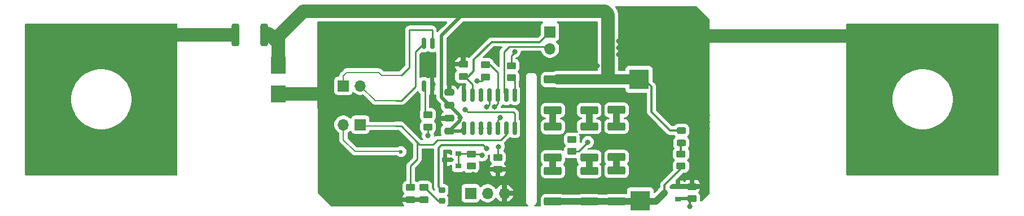
<source format=gbr>
%TF.GenerationSoftware,KiCad,Pcbnew,7.0.5-7.0.5~ubuntu20.04.1*%
%TF.CreationDate,2023-07-13T22:08:42+02:00*%
%TF.ProjectId,ModuleV450,4d6f6475-6c65-4563-9435-302e6b696361,rev?*%
%TF.SameCoordinates,Original*%
%TF.FileFunction,Copper,L1,Top*%
%TF.FilePolarity,Positive*%
%FSLAX46Y46*%
G04 Gerber Fmt 4.6, Leading zero omitted, Abs format (unit mm)*
G04 Created by KiCad (PCBNEW 7.0.5-7.0.5~ubuntu20.04.1) date 2023-07-13 22:08:42*
%MOMM*%
%LPD*%
G01*
G04 APERTURE LIST*
G04 Aperture macros list*
%AMRoundRect*
0 Rectangle with rounded corners*
0 $1 Rounding radius*
0 $2 $3 $4 $5 $6 $7 $8 $9 X,Y pos of 4 corners*
0 Add a 4 corners polygon primitive as box body*
4,1,4,$2,$3,$4,$5,$6,$7,$8,$9,$2,$3,0*
0 Add four circle primitives for the rounded corners*
1,1,$1+$1,$2,$3*
1,1,$1+$1,$4,$5*
1,1,$1+$1,$6,$7*
1,1,$1+$1,$8,$9*
0 Add four rect primitives between the rounded corners*
20,1,$1+$1,$2,$3,$4,$5,0*
20,1,$1+$1,$4,$5,$6,$7,0*
20,1,$1+$1,$6,$7,$8,$9,0*
20,1,$1+$1,$8,$9,$2,$3,0*%
G04 Aperture macros list end*
%TA.AperFunction,ComponentPad*%
%ADD10R,3.000000X3.000000*%
%TD*%
%TA.AperFunction,ComponentPad*%
%ADD11O,1.700000X1.700000*%
%TD*%
%TA.AperFunction,ComponentPad*%
%ADD12R,1.700000X1.700000*%
%TD*%
%TA.AperFunction,SMDPad,CuDef*%
%ADD13RoundRect,0.150000X0.150000X-0.662500X0.150000X0.662500X-0.150000X0.662500X-0.150000X-0.662500X0*%
%TD*%
%TA.AperFunction,SMDPad,CuDef*%
%ADD14RoundRect,0.250000X0.450000X-0.262500X0.450000X0.262500X-0.450000X0.262500X-0.450000X-0.262500X0*%
%TD*%
%TA.AperFunction,SMDPad,CuDef*%
%ADD15RoundRect,0.250000X-1.075000X0.362500X-1.075000X-0.362500X1.075000X-0.362500X1.075000X0.362500X0*%
%TD*%
%TA.AperFunction,SMDPad,CuDef*%
%ADD16R,0.900000X0.800000*%
%TD*%
%TA.AperFunction,SMDPad,CuDef*%
%ADD17RoundRect,0.218750X0.256250X-0.218750X0.256250X0.218750X-0.256250X0.218750X-0.256250X-0.218750X0*%
%TD*%
%TA.AperFunction,SMDPad,CuDef*%
%ADD18RoundRect,0.243750X0.456250X-0.243750X0.456250X0.243750X-0.456250X0.243750X-0.456250X-0.243750X0*%
%TD*%
%TA.AperFunction,SMDPad,CuDef*%
%ADD19RoundRect,0.250000X-0.450000X0.262500X-0.450000X-0.262500X0.450000X-0.262500X0.450000X0.262500X0*%
%TD*%
%TA.AperFunction,SMDPad,CuDef*%
%ADD20RoundRect,0.250000X0.475000X-0.250000X0.475000X0.250000X-0.475000X0.250000X-0.475000X-0.250000X0*%
%TD*%
%TA.AperFunction,SMDPad,CuDef*%
%ADD21RoundRect,0.250000X0.312500X1.450000X-0.312500X1.450000X-0.312500X-1.450000X0.312500X-1.450000X0*%
%TD*%
%TA.AperFunction,SMDPad,CuDef*%
%ADD22R,2.300000X2.500000*%
%TD*%
%TA.AperFunction,SMDPad,CuDef*%
%ADD23RoundRect,0.150000X0.150000X-0.825000X0.150000X0.825000X-0.150000X0.825000X-0.150000X-0.825000X0*%
%TD*%
%TA.AperFunction,ViaPad*%
%ADD24C,0.800000*%
%TD*%
%TA.AperFunction,ViaPad*%
%ADD25C,0.600000*%
%TD*%
%TA.AperFunction,Conductor*%
%ADD26C,0.250000*%
%TD*%
%TA.AperFunction,Conductor*%
%ADD27C,0.300000*%
%TD*%
%TA.AperFunction,Conductor*%
%ADD28C,2.000000*%
%TD*%
%TA.AperFunction,Conductor*%
%ADD29C,0.600000*%
%TD*%
%TA.AperFunction,Conductor*%
%ADD30C,0.200000*%
%TD*%
%TA.AperFunction,Conductor*%
%ADD31C,0.500000*%
%TD*%
%TA.AperFunction,Conductor*%
%ADD32C,1.500000*%
%TD*%
%TA.AperFunction,Conductor*%
%ADD33C,1.000000*%
%TD*%
G04 APERTURE END LIST*
D10*
%TO.P,VCC,1*%
%TO.N,VCC*%
X55880000Y5537200D03*
%TD*%
%TO.P,DUMP,1*%
%TO.N,Net-(Q1-D)*%
X56083200Y-12750800D03*
%TD*%
D11*
%TO.P,EXTTEMP1,2,Pin_2*%
%TO.N,ENABLE*%
X42545000Y10160000D03*
D12*
%TO.P,EXTTEMP1,1,Pin_1*%
%TO.N,PA3*%
X42545000Y12700000D03*
%TD*%
D13*
%TO.P,U1,1*%
%TO.N,Net-(R5-Pad1)*%
X23615000Y4562500D03*
%TO.P,U1,2*%
%TO.N,GND*%
X24885000Y4562500D03*
%TO.P,U1,3*%
%TO.N,Net-(TX1-Pin_1)*%
X24885000Y10937500D03*
%TO.P,U1,4*%
%TO.N,Net-(TX1-Pin_2)*%
X23615000Y10937500D03*
%TD*%
D14*
%TO.P,R16,1*%
%TO.N,GND*%
X21625000Y-12562500D03*
%TO.P,R16,2*%
%TO.N,RXD0*%
X21625000Y-10737500D03*
%TD*%
D15*
%TO.P,R27,1*%
%TO.N,Net-(R25-Pad2)*%
X52525000Y-8187500D03*
%TO.P,R27,2*%
%TO.N,Net-(Q1-D)*%
X52525000Y-12812500D03*
%TD*%
%TO.P,R26,1*%
%TO.N,Net-(R24-Pad2)*%
X48425000Y-1570834D03*
%TO.P,R26,2*%
%TO.N,Net-(R26-Pad2)*%
X48425000Y-6195834D03*
%TD*%
%TO.P,R28,1*%
%TO.N,Net-(R26-Pad2)*%
X48425000Y-8212500D03*
%TO.P,R28,2*%
%TO.N,Net-(Q1-D)*%
X48425000Y-12837500D03*
%TD*%
%TO.P,R24,1*%
%TO.N,VCC*%
X48425000Y5537500D03*
%TO.P,R24,2*%
%TO.N,Net-(R24-Pad2)*%
X48425000Y912500D03*
%TD*%
%TO.P,R25,1*%
%TO.N,Net-(R22-Pad2)*%
X52525000Y-1545834D03*
%TO.P,R25,2*%
%TO.N,Net-(R25-Pad2)*%
X52525000Y-6170834D03*
%TD*%
%TO.P,R22,1*%
%TO.N,VCC*%
X52525000Y5562500D03*
%TO.P,R22,2*%
%TO.N,Net-(R22-Pad2)*%
X52525000Y937500D03*
%TD*%
D14*
%TO.P,R19,1*%
%TO.N,ENABLE*%
X45825000Y-5312500D03*
%TO.P,R19,2*%
%TO.N,PA7*%
X45825000Y-3487500D03*
%TD*%
D16*
%TO.P,Q1,1,G*%
%TO.N,Net-(Q1-G)*%
X61725000Y-12475000D03*
%TO.P,Q1,2,S*%
%TO.N,GND*%
X61725000Y-10575000D03*
%TO.P,Q1,3,D*%
%TO.N,Net-(Q1-D)*%
X59725000Y-11525000D03*
%TD*%
D17*
%TO.P,D4,1,K*%
%TO.N,Net-(D4-K)*%
X26325000Y-12712500D03*
%TO.P,D4,2,A*%
%TO.N,PA6*%
X26325000Y-11137500D03*
%TD*%
D18*
%TO.P,D3,1,K*%
%TO.N,Net-(D3-K)*%
X62240000Y-4037500D03*
%TO.P,D3,2,A*%
%TO.N,VCC*%
X62240000Y-2162500D03*
%TD*%
D14*
%TO.P,R21,1*%
%TO.N,PA3*%
X29525000Y5987500D03*
%TO.P,R21,2*%
%TO.N,GND*%
X29525000Y7812500D03*
%TD*%
%TO.P,R17,1*%
%TO.N,Net-(Q1-D)*%
X62195000Y-7512500D03*
%TO.P,R17,2*%
%TO.N,Net-(D3-K)*%
X62195000Y-5687500D03*
%TD*%
%TO.P,R18,1*%
%TO.N,GND*%
X23650000Y-12562500D03*
%TO.P,R18,2*%
%TO.N,Net-(D4-K)*%
X23650000Y-10737500D03*
%TD*%
D19*
%TO.P,R5,1*%
%TO.N,Net-(R5-Pad1)*%
X24225000Y212500D03*
%TO.P,R5,2*%
%TO.N,TXD0*%
X24225000Y-1612500D03*
%TD*%
%TO.P,R20,1*%
%TO.N,PA7*%
X34725000Y-6199500D03*
%TO.P,R20,2*%
%TO.N,GND*%
X34725000Y-8024500D03*
%TD*%
D16*
%TO.P,D1,1,FB*%
%TO.N,VREF*%
X28785000Y-7510000D03*
%TO.P,D1,2,K*%
X28785000Y-5610000D03*
%TO.P,D1,3,A*%
%TO.N,GND*%
X26785000Y-6560000D03*
%TD*%
D20*
%TO.P,C1,1*%
%TO.N,VCC*%
X27415000Y1690000D03*
%TO.P,C1,2*%
%TO.N,GND*%
X27415000Y3590000D03*
%TD*%
D19*
%TO.P,R14,1*%
%TO.N,Net-(Q1-G)*%
X36725000Y7612500D03*
%TO.P,R14,2*%
%TO.N,DUMP_LOAD_ENABLE*%
X36725000Y5787500D03*
%TD*%
D14*
%TO.P,R2,2*%
%TO.N,VREF*%
X30735000Y-5687500D03*
%TO.P,R2,1*%
%TO.N,REF_EN*%
X30735000Y-7512500D03*
%TD*%
D21*
%TO.P,F1,1*%
%TO.N,VCC*%
X-362500Y12250000D03*
%TO.P,F1,2*%
%TO.N,unconnected-(F1-Pad2)*%
X-4637500Y12250000D03*
%TD*%
D14*
%TO.P,R15,1*%
%TO.N,Net-(Q1-G)*%
X63825000Y-12412500D03*
%TO.P,R15,2*%
%TO.N,GND*%
X63825000Y-10587500D03*
%TD*%
D20*
%TO.P,C2,1*%
%TO.N,VCC*%
X27405000Y-2230000D03*
%TO.P,C2,2*%
%TO.N,GND*%
X27405000Y-330000D03*
%TD*%
D22*
%TO.P,D2,1,A1*%
%TO.N,VCC*%
X1750000Y7650000D03*
%TO.P,D2,2,A2*%
%TO.N,GND*%
X1750000Y3350000D03*
%TD*%
D15*
%TO.P,R10,1*%
%TO.N,Net-(R10-Pad1)*%
X42975000Y-8237500D03*
%TO.P,R10,2*%
%TO.N,Net-(Q1-D)*%
X42975000Y-12862500D03*
%TD*%
%TO.P,R6,1*%
%TO.N,VCC*%
X42975000Y5512500D03*
%TO.P,R6,2*%
%TO.N,Net-(R6-Pad2)*%
X42975000Y887500D03*
%TD*%
D12*
%TO.P,UPDI1,1,Pin_1*%
%TO.N,VCC*%
X30625000Y-11600000D03*
D11*
%TO.P,UPDI1,2,Pin_2*%
%TO.N,RESET*%
X33165000Y-11600000D03*
%TO.P,UPDI1,3,Pin_3*%
%TO.N,GND*%
X35705000Y-11600000D03*
%TD*%
D14*
%TO.P,R1,1*%
%TO.N,VCC*%
X32865000Y5907500D03*
%TO.P,R1,2*%
%TO.N,RESET*%
X32865000Y7732500D03*
%TD*%
D23*
%TO.P,U2,1,VCC*%
%TO.N,VCC*%
X29625000Y-1795000D03*
%TO.P,U2,2,PA4*%
%TO.N,unconnected-(U2-PA4-Pad2)*%
X30895000Y-1795000D03*
%TO.P,U2,3,PA5*%
%TO.N,VREF*%
X32165000Y-1795000D03*
%TO.P,U2,4,PA6*%
%TO.N,PA6*%
X33435000Y-1795000D03*
%TO.P,U2,5,PA7*%
%TO.N,PA7*%
X34705000Y-1795000D03*
%TO.P,U2,6,PB3*%
%TO.N,RXD0*%
X35975000Y-1795000D03*
%TO.P,U2,7,PB2*%
%TO.N,TXD0*%
X37245000Y-1795000D03*
%TO.P,U2,8,PB1*%
%TO.N,DUMP_LOAD_ENABLE*%
X37245000Y3155000D03*
%TO.P,U2,9,PB0*%
%TO.N,ENABLE*%
X35975000Y3155000D03*
%TO.P,U2,10,~{RESET}/PA0*%
%TO.N,RESET*%
X34705000Y3155000D03*
%TO.P,U2,11,PA1*%
%TO.N,REF_EN*%
X33435000Y3155000D03*
%TO.P,U2,12,PA2*%
%TO.N,unconnected-(U2-PA2-Pad12)*%
X32165000Y3155000D03*
%TO.P,U2,13,PA3*%
%TO.N,PA3*%
X30895000Y3155000D03*
%TO.P,U2,14,GND*%
%TO.N,GND*%
X29625000Y3155000D03*
%TD*%
D12*
%TO.P,RX1,1,Pin_1*%
%TO.N,RXD0*%
X14097000Y-1270000D03*
D11*
%TO.P,RX1,2,Pin_2*%
%TO.N,VCC*%
X11557000Y-1270000D03*
%TD*%
D12*
%TO.P,TX1,1,Pin_1*%
%TO.N,Net-(TX1-Pin_1)*%
X11557000Y4572000D03*
D11*
%TO.P,TX1,2,Pin_2*%
%TO.N,Net-(TX1-Pin_2)*%
X14097000Y4572000D03*
%TD*%
D15*
%TO.P,R8,1*%
%TO.N,Net-(R6-Pad2)*%
X42975000Y-1595834D03*
%TO.P,R8,2*%
%TO.N,Net-(R10-Pad1)*%
X42975000Y-6220834D03*
%TD*%
D24*
%TO.N,GND*%
X18750000Y-10500000D03*
X39825000Y7200000D03*
X8500000Y3250000D03*
X53925000Y10275000D03*
X53925000Y9250000D03*
X53925000Y11300000D03*
X58650000Y-7800000D03*
X58650000Y-6700000D03*
X58650000Y-5600000D03*
X58650000Y-2250000D03*
X58650000Y-4450000D03*
X58650000Y-3350000D03*
X66150000Y-855000D03*
X66150000Y125000D03*
X66150000Y-1835000D03*
X17000000Y-10500000D03*
X27960000Y-11455000D03*
X27960000Y-10280000D03*
X36325000Y-3760000D03*
X38825000Y7700000D03*
X22685000Y1020000D03*
X27675000Y10950000D03*
X30285000Y12720000D03*
X64180000Y-8310000D03*
X64180000Y-7210000D03*
X64180000Y-6060000D03*
X42025000Y-10400000D03*
X43175000Y-10400000D03*
X44325000Y-10400000D03*
X45475000Y-10400000D03*
X46625000Y-10400000D03*
X47775000Y-10400000D03*
X48925000Y-10400000D03*
X50075000Y-10400000D03*
X51225000Y-10400000D03*
X52375000Y-10400000D03*
X53525000Y-10400000D03*
X44425000Y3300000D03*
X42125000Y3300000D03*
X43275000Y3300000D03*
X50175000Y3300000D03*
X49025000Y3300000D03*
X53625000Y3300000D03*
X52375000Y-3900000D03*
X51225000Y-3900000D03*
X53525000Y-3900000D03*
X41925000Y-3900000D03*
X44225000Y-3900000D03*
X43075000Y-3900000D03*
X49625000Y7600000D03*
X36755000Y12770000D03*
X35565000Y12740000D03*
X28025000Y5000000D03*
X52825000Y10275000D03*
X52825000Y9250000D03*
X52825000Y11300000D03*
X25025000Y4800000D03*
X18669000Y11684000D03*
D25*
X88165000Y10290000D03*
D24*
X38325000Y-13200000D03*
D25*
X103165000Y-5210000D03*
D24*
X33925000Y9300000D03*
D25*
X88165000Y-5210000D03*
D24*
X38325000Y-12100000D03*
X24615000Y-6360000D03*
X15250000Y-10500000D03*
D25*
X98165000Y10290000D03*
X98165000Y-5210000D03*
D24*
X38325000Y4800000D03*
X15113000Y11684000D03*
D25*
X93165000Y10290000D03*
X93165000Y-5210000D03*
D24*
X16891000Y11684000D03*
D25*
X103165000Y10290000D03*
D24*
X31025000Y-8800000D03*
%TO.N,VCC*%
X29025000Y-200000D03*
D25*
X20193000Y-5334000D03*
D24*
X31625000Y5300000D03*
%TO.N,ENABLE*%
X48225000Y-3900000D03*
%TO.N,TXD0*%
X29825000Y1000000D03*
X24225000Y-2900008D03*
D25*
%TO.N,unconnected-(F1-Pad2)*%
X-30025000Y10290000D03*
X-20025000Y10290000D03*
X-30025000Y-5210000D03*
X-25025000Y10290000D03*
X-20025000Y-5210000D03*
X-25025000Y-5210000D03*
X-35025000Y-5210000D03*
X-35025000Y10290000D03*
D24*
%TO.N,VREF*%
X32165000Y-1795000D03*
X32325000Y-5900002D03*
%TO.N,PA6*%
X33025000Y-4900000D03*
X33435000Y-1795000D03*
%TO.N,RESET*%
X34225000Y1400000D03*
%TO.N,PA7*%
X45825000Y-3487486D03*
X35025000Y-200002D03*
X34825000Y-4572000D03*
%TO.N,REF_EN*%
X30735000Y-7512500D03*
X33020000Y1371600D03*
%TO.N,Net-(Q1-G)*%
X63535000Y-13600000D03*
X37225000Y9702800D03*
%TD*%
D26*
%TO.N,ENABLE*%
X35975000Y3155000D02*
X35625000Y3505000D01*
X35625000Y3505000D02*
X35625000Y9685800D01*
X35625000Y9685800D02*
X36404000Y10464800D01*
X36404000Y10464800D02*
X42240200Y10464800D01*
D27*
%TO.N,PA3*%
X29525000Y5987500D02*
X30312500Y5987500D01*
X30312500Y5987500D02*
X31125000Y6800000D01*
X31125000Y6800000D02*
X31125000Y8550000D01*
X31125000Y8550000D02*
X33751000Y11176000D01*
X33751000Y11176000D02*
X41021000Y11176000D01*
X41021000Y11176000D02*
X42545000Y12700000D01*
D28*
%TO.N,GND*%
X1750000Y3350000D02*
X8150000Y3350000D01*
D29*
X61737500Y-10587500D02*
X61725000Y-10575000D01*
D28*
X88265000Y12065000D02*
X64135000Y12065000D01*
D30*
X8250000Y3250000D02*
X8150000Y3350000D01*
D29*
X63825000Y-10587500D02*
X61737500Y-10587500D01*
D31*
%TO.N,VCC*%
X29025000Y-200000D02*
X29025000Y-610000D01*
D28*
X1750000Y11077000D02*
X381000Y12446000D01*
X381000Y12446000D02*
X127000Y12446000D01*
X1750000Y7650000D02*
X1750000Y11077000D01*
D31*
X27405000Y-2230000D02*
X29190000Y-2230000D01*
D27*
X56667500Y5562500D02*
X56032500Y5562500D01*
X55880000Y5715000D02*
X55727500Y5562500D01*
D31*
X27415000Y1690000D02*
X29025000Y80000D01*
D27*
X56032500Y5562500D02*
X55880000Y5715000D01*
D30*
X19432500Y-5270000D02*
X13271000Y-5270000D01*
D27*
X55727500Y5562500D02*
X54975000Y5562500D01*
D31*
X26225000Y2880000D02*
X27415000Y1690000D01*
D32*
X43675000Y5562500D02*
X54975000Y5562500D01*
D28*
X1750000Y11077000D02*
X1750000Y12000000D01*
D31*
X26289990Y12164990D02*
X26225000Y12100000D01*
D27*
X60587500Y-2162500D02*
X57762500Y662500D01*
X57762500Y662500D02*
X57762500Y4467500D01*
D31*
X29190000Y-2230000D02*
X29625000Y-1795000D01*
D28*
X1750000Y12000000D02*
X5500000Y15750000D01*
X51225000Y15325000D02*
X51225000Y5987500D01*
D26*
X32257500Y5300000D02*
X31625000Y5300000D01*
D31*
X29125000Y15000000D02*
X26289990Y12164990D01*
D30*
X11557000Y-3556000D02*
X11557000Y-1270000D01*
X13271000Y-5270000D02*
X11557000Y-3556000D01*
D27*
X62240000Y-2162500D02*
X60587500Y-2162500D01*
D26*
X32865000Y5907500D02*
X32257500Y5300000D01*
D30*
X19432500Y-5270000D02*
X20129000Y-5270000D01*
D28*
X5500000Y15750000D02*
X50800000Y15750000D01*
D31*
X29025000Y-610000D02*
X27405000Y-2230000D01*
D27*
X57762500Y4467500D02*
X56667500Y5562500D01*
D31*
X29025000Y80000D02*
X29025000Y-200000D01*
D30*
X20129000Y-5270000D02*
X20193000Y-5334000D01*
D28*
X50800000Y15750000D02*
X51225000Y15325000D01*
D31*
X26225000Y12100000D02*
X26225000Y2880000D01*
D26*
%TO.N,RXD0*%
X22625000Y-6500000D02*
X22625000Y-3920000D01*
D30*
X19432500Y-1460000D02*
X14287000Y-1460000D01*
D26*
X20225000Y-1520000D02*
X20165000Y-1460000D01*
X35145000Y-3600000D02*
X25675000Y-3600000D01*
X35975000Y-2770000D02*
X35145000Y-3600000D01*
X25675000Y-3600000D02*
X25005000Y-4270000D01*
X22975000Y-4270000D02*
X20225000Y-1520000D01*
D30*
X14287000Y-1460000D02*
X14097000Y-1270000D01*
D26*
X21625000Y-10737500D02*
X21625000Y-7500000D01*
X21625000Y-7500000D02*
X22625000Y-6500000D01*
X25005000Y-4270000D02*
X22975000Y-4270000D01*
X22625000Y-3920000D02*
X20225000Y-1520000D01*
X20165000Y-1460000D02*
X19432500Y-1460000D01*
X35975000Y-1795000D02*
X35975000Y-2770000D01*
%TO.N,ENABLE*%
X45825000Y-5312500D02*
X46812500Y-5312500D01*
X46812500Y-5312500D02*
X48225000Y-3900000D01*
%TO.N,Net-(R5-Pad1)*%
X23790000Y4387500D02*
X23615000Y4562500D01*
X23790000Y647500D02*
X23790000Y4387500D01*
X24225000Y212500D02*
X23790000Y647500D01*
%TO.N,TXD0*%
X30224999Y600001D02*
X29825000Y1000000D01*
X37024003Y600001D02*
X30224999Y600001D01*
X37245000Y-1795000D02*
X37245000Y379004D01*
X37245000Y379004D02*
X37024003Y600001D01*
X24225000Y-1612500D02*
X24225000Y-2900008D01*
D33*
%TO.N,Net-(R6-Pad2)*%
X42975000Y-1595834D02*
X42975000Y887500D01*
D27*
%TO.N,Net-(D3-K)*%
X62195000Y-5687500D02*
X62195000Y-4082500D01*
D26*
%TO.N,Net-(D4-K)*%
X24062500Y-11037500D02*
X23650000Y-11037500D01*
X25737500Y-12712500D02*
X24062500Y-11037500D01*
X26325000Y-12712500D02*
X25737500Y-12712500D01*
D28*
%TO.N,unconnected-(F1-Pad2)*%
X-5080000Y12250000D02*
X-15232500Y12250000D01*
D30*
X-14790000Y12250000D02*
X-15240000Y12700000D01*
D26*
%TO.N,DUMP_LOAD_ENABLE*%
X37245000Y5267500D02*
X36725000Y5787500D01*
X37245000Y3155000D02*
X37245000Y5267500D01*
D33*
%TO.N,Net-(R22-Pad2)*%
X52525000Y-1545834D02*
X52525000Y937500D01*
%TO.N,Net-(R24-Pad2)*%
X48425000Y-1570834D02*
X48425000Y912500D01*
D26*
%TO.N,VREF*%
X30735000Y-5687500D02*
X30780010Y-5642490D01*
X32112498Y-5687500D02*
X32325000Y-5900002D01*
X30780010Y-5642490D02*
X30780010Y-5610000D01*
X30735000Y-5687500D02*
X32112498Y-5687500D01*
X28785000Y-7510000D02*
X28785000Y-5610000D01*
X28785000Y-5610000D02*
X30780010Y-5610000D01*
D33*
%TO.N,Net-(R10-Pad1)*%
X42975000Y-8237500D02*
X42975000Y-6220834D01*
%TO.N,Net-(R25-Pad2)*%
X52525000Y-8187500D02*
X52525000Y-6170834D01*
%TO.N,Net-(R26-Pad2)*%
X48425000Y-8212500D02*
X48425000Y-6195834D01*
D27*
%TO.N,PA6*%
X25825000Y-10637500D02*
X25825000Y-4810000D01*
X25825000Y-4810000D02*
X26235000Y-4400000D01*
X26235000Y-4400000D02*
X32525000Y-4400000D01*
X32525000Y-4400000D02*
X33025000Y-4900000D01*
X26325000Y-11137500D02*
X25825000Y-10637500D01*
D26*
%TO.N,PA3*%
X30895000Y3155000D02*
X30895000Y4817500D01*
X30895000Y4817500D02*
X29725000Y5987500D01*
X29725000Y5987500D02*
X29525000Y5987500D01*
%TO.N,RESET*%
X33565000Y7732500D02*
X32865000Y7732500D01*
X34705000Y3155000D02*
X34705000Y1880000D01*
X34705000Y1880000D02*
X34225000Y1400000D01*
X34705000Y6592500D02*
X33565000Y7732500D01*
X34705000Y3155000D02*
X34705000Y6592500D01*
%TO.N,PA7*%
X34705000Y-520002D02*
X35025000Y-200002D01*
X34725000Y-5687500D02*
X34725000Y-4375010D01*
X34705000Y-1795000D02*
X34705000Y-520002D01*
%TO.N,REF_EN*%
X33435000Y3155000D02*
X33435000Y1710000D01*
X33435000Y1710000D02*
X33025000Y1300000D01*
D33*
%TO.N,Net-(Q1-D)*%
X55992500Y-12812500D02*
X55880000Y-12700000D01*
X55880000Y-12700000D02*
X55767500Y-12812500D01*
D27*
X62195000Y-7880000D02*
X59725000Y-10350000D01*
D33*
X48450000Y-12812500D02*
X48425000Y-12837500D01*
X59725000Y-11525000D02*
X58437500Y-12812500D01*
D27*
X59725000Y-10350000D02*
X59725000Y-11525000D01*
D33*
X52525000Y-12812500D02*
X48450000Y-12812500D01*
X58437500Y-12812500D02*
X55992500Y-12812500D01*
D27*
X62195000Y-7512500D02*
X62195000Y-7880000D01*
D33*
X48425000Y-12837500D02*
X43000000Y-12837500D01*
X43000000Y-12837500D02*
X42975000Y-12862500D01*
X55767500Y-12812500D02*
X52625000Y-12812500D01*
D27*
%TO.N,Net-(Q1-G)*%
X63535000Y-12702500D02*
X63825000Y-12412500D01*
X63535000Y-13600000D02*
X63535000Y-12702500D01*
D31*
X63825000Y-12412500D02*
X61787500Y-12412500D01*
D26*
X36725000Y7612500D02*
X36725000Y9124999D01*
D31*
X61787500Y-12412500D02*
X61725000Y-12475000D01*
D26*
X36725000Y9124999D02*
X37225000Y9624999D01*
D30*
%TO.N,Net-(TX1-Pin_1)*%
X20225000Y6100000D02*
X17325000Y6100000D01*
D26*
X21463000Y7338000D02*
X21463000Y13000000D01*
D30*
X11557000Y6096000D02*
X11557000Y4572000D01*
D26*
X24838750Y13000000D02*
X24885000Y12953750D01*
X21463000Y13000000D02*
X24838750Y13000000D01*
D30*
X12065000Y6604000D02*
X11557000Y6096000D01*
D26*
X24885000Y12953750D02*
X24885000Y10937500D01*
D30*
X17325000Y6100000D02*
X16825000Y6600000D01*
D26*
X20225000Y6100000D02*
X21463000Y7338000D01*
D30*
X16825000Y6600000D02*
X14355000Y6600000D01*
X14351000Y6604000D02*
X12065000Y6604000D01*
D26*
%TO.N,Net-(TX1-Pin_2)*%
X22352000Y4417000D02*
X20285000Y2350000D01*
D30*
X19432500Y2350000D02*
X16319000Y2350000D01*
D26*
X20285000Y2350000D02*
X19432500Y2350000D01*
X22352000Y9674500D02*
X22352000Y4417000D01*
X23615000Y10937500D02*
X22352000Y9674500D01*
D30*
X16319000Y2350000D02*
X14097000Y4572000D01*
%TD*%
%TA.AperFunction,Conductor*%
%TO.N,GND*%
G36*
X27057750Y14221498D02*
G01*
X27104243Y14167842D01*
X27114347Y14097568D01*
X27084853Y14032988D01*
X27078739Y14026421D01*
X26411756Y13359438D01*
X25756805Y12704488D01*
X25734220Y12681904D01*
X25720391Y12669950D01*
X25719764Y12669483D01*
X25653184Y12644834D01*
X25583847Y12660093D01*
X25533766Y12710417D01*
X25518500Y12770534D01*
X25518500Y12869901D01*
X25520249Y12885737D01*
X25519955Y12885764D01*
X25520699Y12893653D01*
X25520701Y12893659D01*
X25518530Y12962709D01*
X25518499Y12964691D01*
X25518499Y12978117D01*
X25518500Y12993606D01*
X25517620Y13000566D01*
X25517154Y13006475D01*
X25515673Y13053640D01*
X25510022Y13073087D01*
X25506012Y13092450D01*
X25503474Y13112547D01*
X25486100Y13156427D01*
X25484184Y13162025D01*
X25471018Y13207344D01*
X25460700Y13224789D01*
X25452005Y13242541D01*
X25444553Y13261365D01*
X25444550Y13261371D01*
X25416818Y13299540D01*
X25413562Y13304497D01*
X25389542Y13345113D01*
X25389540Y13345115D01*
X25389540Y13345116D01*
X25375218Y13359438D01*
X25362377Y13374471D01*
X25350471Y13390858D01*
X25346228Y13394368D01*
X25330881Y13407064D01*
X25327934Y13409662D01*
X25280376Y13454322D01*
X25278986Y13455669D01*
X25264336Y13470319D01*
X25258526Y13476130D01*
X25258522Y13476134D01*
X25252975Y13480437D01*
X25248467Y13484288D01*
X25214075Y13516583D01*
X25214069Y13516587D01*
X25196313Y13526349D01*
X25179797Y13537198D01*
X25163791Y13549614D01*
X25133039Y13562922D01*
X25120490Y13568352D01*
X25115158Y13570964D01*
X25073811Y13593695D01*
X25054186Y13598734D01*
X25035486Y13605136D01*
X25016895Y13613181D01*
X25016893Y13613182D01*
X25016892Y13613182D01*
X24970292Y13620563D01*
X24964479Y13621767D01*
X24918780Y13633500D01*
X24898526Y13633500D01*
X24878816Y13635051D01*
X24858807Y13638220D01*
X24858806Y13638220D01*
X24811833Y13633780D01*
X24805900Y13633500D01*
X21534794Y13633500D01*
X21511183Y13635732D01*
X21509340Y13636084D01*
X21503096Y13637275D01*
X21503090Y13637275D01*
X21488622Y13636365D01*
X21445050Y13633624D01*
X21441117Y13633500D01*
X21423137Y13633500D01*
X21405312Y13631249D01*
X21401377Y13630877D01*
X21343353Y13627226D01*
X21343340Y13627223D01*
X21335508Y13624678D01*
X21312374Y13619507D01*
X21304210Y13618476D01*
X21304200Y13618473D01*
X21250164Y13597080D01*
X21246443Y13595741D01*
X21191122Y13577763D01*
X21184160Y13573345D01*
X21163037Y13562583D01*
X21155383Y13559553D01*
X21108355Y13525386D01*
X21105084Y13523163D01*
X21055985Y13492004D01*
X21055975Y13491995D01*
X21050331Y13485985D01*
X21032562Y13470319D01*
X21025896Y13465475D01*
X21025890Y13465470D01*
X20988836Y13420680D01*
X20986220Y13417712D01*
X20946417Y13375325D01*
X20946414Y13375321D01*
X20942441Y13368095D01*
X20929125Y13348502D01*
X20923868Y13342148D01*
X20923866Y13342144D01*
X20899105Y13289525D01*
X20897309Y13286001D01*
X20869306Y13235062D01*
X20869302Y13235052D01*
X20867253Y13227073D01*
X20859225Y13204775D01*
X20855718Y13197323D01*
X20855716Y13197316D01*
X20844822Y13140212D01*
X20843959Y13136351D01*
X20829500Y13080032D01*
X20829500Y13071794D01*
X20827268Y13048182D01*
X20825725Y13040097D01*
X20825725Y13040094D01*
X20829376Y12982051D01*
X20829500Y12978117D01*
X20829500Y7652595D01*
X20809498Y7584474D01*
X20792595Y7563500D01*
X19974500Y6745405D01*
X19912188Y6711379D01*
X19885405Y6708500D01*
X17629239Y6708500D01*
X17561118Y6728502D01*
X17540144Y6745405D01*
X17414579Y6870970D01*
X17286390Y6999159D01*
X17280963Y7005347D01*
X17258987Y7033987D01*
X17227074Y7058475D01*
X17227074Y7058476D01*
X17131882Y7131520D01*
X17131874Y7131525D01*
X16983849Y7192839D01*
X16963068Y7195574D01*
X16861227Y7208982D01*
X16861197Y7208985D01*
X16825002Y7213750D01*
X16824999Y7213750D01*
X16789219Y7209040D01*
X16780988Y7208500D01*
X14425400Y7208500D01*
X14417178Y7209039D01*
X14400879Y7211185D01*
X14390888Y7212500D01*
X14390885Y7212500D01*
X12109011Y7212500D01*
X12100779Y7213040D01*
X12065001Y7217750D01*
X12064998Y7217750D01*
X12029203Y7213039D01*
X12029204Y7213038D01*
X12025117Y7212500D01*
X12025115Y7212500D01*
X11998834Y7209040D01*
X11906151Y7196839D01*
X11758127Y7135526D01*
X11732318Y7115724D01*
X11732319Y7115723D01*
X11663921Y7063239D01*
X11663866Y7063199D01*
X11631012Y7037987D01*
X11609035Y7009347D01*
X11603597Y7003147D01*
X11157852Y6557402D01*
X11151651Y6551964D01*
X11123011Y6529986D01*
X11097509Y6496754D01*
X11097440Y6496661D01*
X11025477Y6402878D01*
X11025476Y6402876D01*
X10983093Y6300554D01*
X10964162Y6254851D01*
X10963226Y6247741D01*
X10960267Y6225261D01*
X10948500Y6135885D01*
X10948500Y6135880D01*
X10946733Y6122457D01*
X10943250Y6096001D01*
X10943250Y6096000D01*
X10946285Y6072946D01*
X10935346Y6002797D01*
X10888217Y5949699D01*
X10821363Y5930500D01*
X10658350Y5930500D01*
X10597803Y5923991D01*
X10597795Y5923989D01*
X10460797Y5872890D01*
X10460792Y5872888D01*
X10343738Y5785262D01*
X10256112Y5668208D01*
X10256110Y5668203D01*
X10205011Y5531205D01*
X10205009Y5531197D01*
X10198500Y5470650D01*
X10198500Y3673351D01*
X10205009Y3612804D01*
X10205011Y3612796D01*
X10256110Y3475798D01*
X10256112Y3475793D01*
X10343738Y3358739D01*
X10460792Y3271113D01*
X10460794Y3271112D01*
X10460796Y3271111D01*
X10505114Y3254581D01*
X10597795Y3220012D01*
X10597803Y3220010D01*
X10658350Y3213501D01*
X10658355Y3213501D01*
X10658362Y3213500D01*
X10658368Y3213500D01*
X12455632Y3213500D01*
X12455638Y3213500D01*
X12455645Y3213501D01*
X12455649Y3213501D01*
X12516196Y3220010D01*
X12516199Y3220011D01*
X12516201Y3220011D01*
X12653204Y3271111D01*
X12682895Y3293337D01*
X12770261Y3358739D01*
X12857886Y3475792D01*
X12857885Y3475792D01*
X12857889Y3475796D01*
X12901999Y3594061D01*
X12944545Y3650893D01*
X13011066Y3675704D01*
X13080440Y3660612D01*
X13112753Y3635365D01*
X13173760Y3569094D01*
X13173762Y3569092D01*
X13217291Y3535212D01*
X13351424Y3430811D01*
X13549426Y3323658D01*
X13549427Y3323658D01*
X13549428Y3323657D01*
X13637748Y3293337D01*
X13762365Y3250556D01*
X13984431Y3213500D01*
X13984435Y3213500D01*
X14209565Y3213500D01*
X14209569Y3213500D01*
X14431635Y3250556D01*
X14451232Y3257285D01*
X14522155Y3260488D01*
X14581243Y3227208D01*
X15857605Y1950846D01*
X15863037Y1944652D01*
X15885012Y1916014D01*
X15914836Y1893129D01*
X15914873Y1893099D01*
X16012117Y1818481D01*
X16012124Y1818476D01*
X16160149Y1757162D01*
X16203992Y1751390D01*
X16318999Y1736249D01*
X16319000Y1736249D01*
X16319001Y1736249D01*
X16354789Y1740960D01*
X16363020Y1741500D01*
X19239186Y1741500D01*
X19270520Y1737542D01*
X19352470Y1716500D01*
X20201147Y1716500D01*
X20216988Y1714751D01*
X20217016Y1715044D01*
X20224901Y1714300D01*
X20224909Y1714298D01*
X20286208Y1716225D01*
X20293976Y1716469D01*
X20295955Y1716500D01*
X20324851Y1716500D01*
X20324856Y1716500D01*
X20331818Y1717381D01*
X20337719Y1717846D01*
X20384889Y1719327D01*
X20404347Y1724981D01*
X20423694Y1728987D01*
X20443797Y1731526D01*
X20487679Y1748901D01*
X20493274Y1750817D01*
X20521816Y1759109D01*
X20538591Y1763981D01*
X20538595Y1763983D01*
X20556026Y1774292D01*
X20573780Y1782991D01*
X20592617Y1790448D01*
X20630786Y1818182D01*
X20635744Y1821438D01*
X20676362Y1845458D01*
X20690685Y1859782D01*
X20705724Y1872626D01*
X20707650Y1874025D01*
X20722107Y1884528D01*
X20752193Y1920897D01*
X20756161Y1925259D01*
X22617733Y3786831D01*
X22680043Y3820855D01*
X22750858Y3815790D01*
X22807694Y3773243D01*
X22827823Y3732887D01*
X22855856Y3636395D01*
X22940544Y3493197D01*
X22940549Y3493190D01*
X23058188Y3375551D01*
X23058190Y3375550D01*
X23058193Y3375547D01*
X23094640Y3353993D01*
X23143092Y3302101D01*
X23156500Y3245540D01*
X23156500Y952821D01*
X23137741Y886674D01*
X23082887Y797743D01*
X23082885Y797740D01*
X23082885Y797738D01*
X23073815Y770366D01*
X23027113Y629427D01*
X23027112Y629421D01*
X23016500Y525554D01*
X23016500Y-100544D01*
X23027112Y-204425D01*
X23082885Y-372738D01*
X23175970Y-523652D01*
X23175975Y-523658D01*
X23263222Y-610905D01*
X23297248Y-673217D01*
X23292183Y-744032D01*
X23263222Y-789095D01*
X23175975Y-876341D01*
X23175970Y-876347D01*
X23082885Y-1027262D01*
X23027113Y-1195572D01*
X23027112Y-1195579D01*
X23016500Y-1299446D01*
X23016500Y-1925544D01*
X23027112Y-2029425D01*
X23082885Y-2197738D01*
X23175970Y-2348652D01*
X23175975Y-2348658D01*
X23301341Y-2474024D01*
X23301346Y-2474028D01*
X23301348Y-2474030D01*
X23306029Y-2476917D01*
X23353509Y-2529698D01*
X23364916Y-2599772D01*
X23359720Y-2623096D01*
X23331457Y-2710078D01*
X23311496Y-2900007D01*
X23331457Y-3089935D01*
X23349171Y-3144450D01*
X23390473Y-3271564D01*
X23443291Y-3363048D01*
X23489262Y-3442671D01*
X23488060Y-3443364D01*
X23509446Y-3503315D01*
X23493361Y-3572465D01*
X23442444Y-3621942D01*
X23383651Y-3636500D01*
X23289595Y-3636500D01*
X23221474Y-3616498D01*
X23200500Y-3599595D01*
X23115218Y-3514313D01*
X23102376Y-3499278D01*
X23090472Y-3482893D01*
X23054108Y-3452810D01*
X23049736Y-3448831D01*
X20672244Y-1071338D01*
X20662279Y-1058901D01*
X20662052Y-1059090D01*
X20657001Y-1052984D01*
X20657000Y-1052982D01*
X20649164Y-1045624D01*
X20606624Y-1005676D01*
X20605234Y-1004329D01*
X20594989Y-994084D01*
X20584776Y-983870D01*
X20584772Y-983866D01*
X20579225Y-979563D01*
X20574717Y-975712D01*
X20540325Y-943417D01*
X20540319Y-943413D01*
X20522563Y-933651D01*
X20506047Y-922802D01*
X20490041Y-910386D01*
X20459289Y-897078D01*
X20446740Y-891648D01*
X20441408Y-889036D01*
X20400061Y-866305D01*
X20380436Y-861266D01*
X20361736Y-854864D01*
X20353962Y-851500D01*
X20343145Y-846819D01*
X20343143Y-846818D01*
X20343142Y-846818D01*
X20296542Y-839437D01*
X20290729Y-838233D01*
X20245030Y-826500D01*
X20224776Y-826500D01*
X20205066Y-824949D01*
X20185057Y-821780D01*
X20185056Y-821780D01*
X20138083Y-826220D01*
X20132150Y-826500D01*
X19392644Y-826500D01*
X19392641Y-826500D01*
X19392629Y-826501D01*
X19273705Y-841525D01*
X19270859Y-842652D01*
X19224475Y-851500D01*
X15581500Y-851500D01*
X15513379Y-831498D01*
X15466886Y-777842D01*
X15455500Y-725500D01*
X15455500Y-371367D01*
X15455499Y-371350D01*
X15448990Y-310803D01*
X15448988Y-310795D01*
X15409314Y-204427D01*
X15397889Y-173796D01*
X15397888Y-173794D01*
X15397887Y-173792D01*
X15310261Y-56738D01*
X15193207Y30888D01*
X15193202Y30890D01*
X15056204Y81989D01*
X15056196Y81991D01*
X14995649Y88500D01*
X14995638Y88500D01*
X13198362Y88500D01*
X13198350Y88500D01*
X13137803Y81991D01*
X13137795Y81989D01*
X13000797Y30890D01*
X13000792Y30888D01*
X12883738Y-56738D01*
X12796112Y-173792D01*
X12796111Y-173795D01*
X12752000Y-292058D01*
X12709453Y-348893D01*
X12642932Y-373703D01*
X12573558Y-358611D01*
X12541246Y-333363D01*
X12480240Y-267094D01*
X12480239Y-267093D01*
X12480237Y-267091D01*
X12391324Y-197887D01*
X12302576Y-128811D01*
X12104574Y-21658D01*
X12104572Y-21657D01*
X12104571Y-21656D01*
X11891639Y51443D01*
X11891630Y51445D01*
X11847476Y58813D01*
X11669569Y88500D01*
X11444431Y88500D01*
X11296210Y63767D01*
X11222369Y51445D01*
X11222360Y51443D01*
X11009428Y-21656D01*
X11009426Y-21658D01*
X10833037Y-117115D01*
X10811426Y-128810D01*
X10811424Y-128811D01*
X10633762Y-267091D01*
X10481279Y-432729D01*
X10481275Y-432734D01*
X10358141Y-621206D01*
X10267703Y-827386D01*
X10267702Y-827387D01*
X10212437Y-1045624D01*
X10212436Y-1045630D01*
X10212436Y-1045632D01*
X10193844Y-1270000D01*
X10209005Y-1452968D01*
X10212437Y-1494375D01*
X10267702Y-1712612D01*
X10267703Y-1712613D01*
X10267704Y-1712616D01*
X10336136Y-1868626D01*
X10358141Y-1918793D01*
X10481275Y-2107265D01*
X10481279Y-2107270D01*
X10633762Y-2272908D01*
X10712776Y-2334407D01*
X10811424Y-2411189D01*
X10882469Y-2449636D01*
X10932859Y-2499648D01*
X10948499Y-2560449D01*
X10948499Y-3511984D01*
X10947960Y-3520214D01*
X10943250Y-3555999D01*
X10948640Y-3596952D01*
X10948644Y-3596983D01*
X10960224Y-3684939D01*
X10964161Y-3714849D01*
X10999661Y-3800552D01*
X11025476Y-3862876D01*
X11057358Y-3904425D01*
X11098522Y-3958071D01*
X11098525Y-3958074D01*
X11123014Y-3989988D01*
X11151651Y-4011962D01*
X11157844Y-4017393D01*
X12809605Y-5669154D01*
X12815037Y-5675348D01*
X12836952Y-5703908D01*
X12837014Y-5703988D01*
X12866425Y-5726556D01*
X12866459Y-5726583D01*
X12958352Y-5797095D01*
X12964124Y-5801524D01*
X13112149Y-5862838D01*
X13131543Y-5865391D01*
X13231115Y-5878500D01*
X13231120Y-5878500D01*
X13271000Y-5883750D01*
X13306781Y-5879040D01*
X13315012Y-5878500D01*
X19392615Y-5878500D01*
X19541918Y-5878500D01*
X19610039Y-5898502D01*
X19631008Y-5915400D01*
X19685719Y-5970111D01*
X19685721Y-5970113D01*
X19839981Y-6067041D01*
X19839982Y-6067041D01*
X19839985Y-6067043D01*
X20011953Y-6127217D01*
X20193000Y-6147616D01*
X20374047Y-6127217D01*
X20546015Y-6067043D01*
X20700281Y-5970111D01*
X20829111Y-5841281D01*
X20926043Y-5687015D01*
X20986217Y-5515047D01*
X21006616Y-5334000D01*
X20986217Y-5152953D01*
X20926043Y-4980985D01*
X20926041Y-4980982D01*
X20926041Y-4980981D01*
X20829112Y-4826720D01*
X20829111Y-4826718D01*
X20700281Y-4697888D01*
X20700279Y-4697887D01*
X20546018Y-4600958D01*
X20546015Y-4600957D01*
X20374050Y-4540784D01*
X20374049Y-4540783D01*
X20374047Y-4540783D01*
X20193000Y-4520384D01*
X20011953Y-4540783D01*
X20011950Y-4540783D01*
X20011949Y-4540784D01*
X19839985Y-4600956D01*
X19795163Y-4629120D01*
X19774367Y-4642187D01*
X19707332Y-4661500D01*
X13575239Y-4661500D01*
X13507118Y-4641498D01*
X13486144Y-4624595D01*
X12202405Y-3340856D01*
X12168379Y-3278544D01*
X12165500Y-3251761D01*
X12165500Y-2560449D01*
X12185502Y-2492328D01*
X12231530Y-2449636D01*
X12302576Y-2411189D01*
X12480240Y-2272906D01*
X12541245Y-2206637D01*
X12602096Y-2170067D01*
X12673061Y-2172200D01*
X12731606Y-2212362D01*
X12752000Y-2247941D01*
X12796111Y-2366204D01*
X12796112Y-2366207D01*
X12883738Y-2483261D01*
X13000792Y-2570887D01*
X13000794Y-2570888D01*
X13000796Y-2570889D01*
X13040184Y-2585580D01*
X13137795Y-2621988D01*
X13137803Y-2621990D01*
X13198350Y-2628499D01*
X13198355Y-2628499D01*
X13198362Y-2628500D01*
X13198368Y-2628500D01*
X14995632Y-2628500D01*
X14995638Y-2628500D01*
X14995645Y-2628499D01*
X14995649Y-2628499D01*
X15056196Y-2621990D01*
X15056199Y-2621989D01*
X15056201Y-2621989D01*
X15193204Y-2570889D01*
X15198556Y-2566883D01*
X15310261Y-2483261D01*
X15397887Y-2366207D01*
X15397887Y-2366206D01*
X15397889Y-2366204D01*
X15448989Y-2229201D01*
X15450800Y-2212362D01*
X15454168Y-2181032D01*
X15481337Y-2115440D01*
X15539654Y-2074948D01*
X15579446Y-2068500D01*
X19239186Y-2068500D01*
X19270520Y-2072458D01*
X19352470Y-2093500D01*
X19850406Y-2093500D01*
X19918527Y-2113502D01*
X19939501Y-2130405D01*
X21954595Y-4145499D01*
X21988621Y-4207811D01*
X21991500Y-4234594D01*
X21991499Y-6185405D01*
X21971497Y-6253526D01*
X21954594Y-6274500D01*
X21236340Y-6992754D01*
X21223903Y-7002719D01*
X21224091Y-7002946D01*
X21217981Y-7007999D01*
X21170693Y-7058355D01*
X21169319Y-7059774D01*
X21148863Y-7080231D01*
X21144560Y-7085777D01*
X21140714Y-7090279D01*
X21108417Y-7124674D01*
X21108411Y-7124683D01*
X21098651Y-7142435D01*
X21087803Y-7158950D01*
X21075386Y-7174958D01*
X21056645Y-7218264D01*
X21054034Y-7223594D01*
X21031305Y-7264939D01*
X21031303Y-7264944D01*
X21026267Y-7284559D01*
X21019864Y-7303262D01*
X21011819Y-7321852D01*
X21004437Y-7368456D01*
X21003233Y-7374268D01*
X20991500Y-7419968D01*
X20991500Y-7440223D01*
X20989949Y-7459933D01*
X20986780Y-7479942D01*
X20986780Y-7479943D01*
X20991220Y-7526917D01*
X20991500Y-7532850D01*
X20991500Y-9645761D01*
X20971498Y-9713882D01*
X20917842Y-9760375D01*
X20905133Y-9765365D01*
X20852265Y-9782883D01*
X20701347Y-9875970D01*
X20701341Y-9875975D01*
X20575975Y-10001341D01*
X20575970Y-10001347D01*
X20482885Y-10152262D01*
X20427113Y-10320572D01*
X20427112Y-10320579D01*
X20416500Y-10424446D01*
X20416500Y-11050544D01*
X20427112Y-11154425D01*
X20482885Y-11322738D01*
X20575970Y-11473652D01*
X20575975Y-11473658D01*
X20663576Y-11561259D01*
X20697602Y-11623571D01*
X20692537Y-11694386D01*
X20663576Y-11739449D01*
X20576370Y-11826654D01*
X20576365Y-11826660D01*
X20483342Y-11977474D01*
X20427606Y-12145678D01*
X20427605Y-12145682D01*
X20420778Y-12212498D01*
X20420780Y-12212500D01*
X23874000Y-12212500D01*
X23942121Y-12232502D01*
X23988614Y-12286158D01*
X24000000Y-12338500D01*
X24000000Y-12786500D01*
X23979998Y-12854621D01*
X23926342Y-12901114D01*
X23874000Y-12912500D01*
X20420780Y-12912500D01*
X20420778Y-12912501D01*
X20427605Y-12979317D01*
X20427606Y-12979321D01*
X20483342Y-13147525D01*
X20576365Y-13298339D01*
X20576370Y-13298345D01*
X20662462Y-13384437D01*
X20696488Y-13446749D01*
X20691423Y-13517564D01*
X20648876Y-13574400D01*
X20582356Y-13599211D01*
X20573421Y-13599532D01*
X9772115Y-13604126D01*
X9703985Y-13584153D01*
X9683095Y-13567351D01*
X8350686Y-12238818D01*
X7751928Y-11641802D01*
X7717814Y-11579541D01*
X7714895Y-11552891D01*
X7714891Y-11551471D01*
X7651044Y14115188D01*
X7670877Y14183357D01*
X7724417Y14229983D01*
X7777044Y14241500D01*
X26989629Y14241500D01*
X27057750Y14221498D01*
G37*
%TD.AperFunction*%
%TA.AperFunction,Conductor*%
G36*
X49658621Y14221498D02*
G01*
X49705114Y14167842D01*
X49716500Y14115500D01*
X49716500Y6947000D01*
X49696498Y6878879D01*
X49642842Y6832386D01*
X49590500Y6821000D01*
X43618478Y6821000D01*
X43586992Y6818167D01*
X43449376Y6805782D01*
X43449376Y6805781D01*
X43231009Y6745516D01*
X43024317Y6645978D01*
X42969648Y6633500D01*
X41849455Y6633500D01*
X41745574Y6622888D01*
X41577261Y6567115D01*
X41426347Y6474030D01*
X41426341Y6474025D01*
X41300975Y6348659D01*
X41300970Y6348653D01*
X41207885Y6197738D01*
X41152113Y6029428D01*
X41152112Y6029421D01*
X41141500Y5925554D01*
X41141500Y5099456D01*
X41152112Y4995575D01*
X41207885Y4827262D01*
X41300970Y4676348D01*
X41300975Y4676342D01*
X41426341Y4550976D01*
X41426347Y4550971D01*
X41426348Y4550970D01*
X41577262Y4457885D01*
X41745574Y4402113D01*
X41849455Y4391500D01*
X43190602Y4391501D01*
X43234875Y4383467D01*
X43266498Y4371599D01*
X43338839Y4344449D01*
X43338841Y4344449D01*
X43338843Y4344448D01*
X43561730Y4304000D01*
X43561733Y4304000D01*
X53745500Y4304000D01*
X53813621Y4283998D01*
X53860114Y4230342D01*
X53871500Y4178000D01*
X53871500Y3988551D01*
X53878009Y3928004D01*
X53878011Y3927996D01*
X53929110Y3790998D01*
X53929112Y3790993D01*
X54016738Y3673939D01*
X54133792Y3586313D01*
X54133794Y3586312D01*
X54133796Y3586311D01*
X54192875Y3564276D01*
X54270795Y3535212D01*
X54270803Y3535210D01*
X54331350Y3528701D01*
X54331355Y3528701D01*
X54331362Y3528700D01*
X56978000Y3528700D01*
X57046121Y3508698D01*
X57092614Y3455042D01*
X57104000Y3402700D01*
X57104000Y749111D01*
X57102208Y732880D01*
X57102458Y732856D01*
X57101711Y724964D01*
X57103969Y653142D01*
X57104000Y651163D01*
X57104000Y621070D01*
X57104927Y613724D01*
X57105393Y607810D01*
X57106937Y558671D01*
X57106938Y558668D01*
X57112921Y538071D01*
X57116928Y518720D01*
X57119617Y497440D01*
X57119617Y497438D01*
X57137716Y451722D01*
X57139639Y446106D01*
X57153353Y398903D01*
X57153353Y398902D01*
X57164271Y380442D01*
X57172968Y362689D01*
X57180864Y342745D01*
X57180867Y342740D01*
X57198179Y318914D01*
X57209765Y302968D01*
X57213021Y298010D01*
X57238047Y255693D01*
X57253214Y240526D01*
X57266052Y225495D01*
X57278658Y208144D01*
X57316540Y176805D01*
X57320921Y172819D01*
X58715241Y-1221500D01*
X60060624Y-2566883D01*
X60070840Y-2579633D01*
X60071033Y-2579474D01*
X60076084Y-2585580D01*
X60119100Y-2625975D01*
X60128494Y-2634796D01*
X60129883Y-2636142D01*
X60151167Y-2657426D01*
X60157023Y-2661968D01*
X60161520Y-2665810D01*
X60197367Y-2699472D01*
X60216160Y-2709803D01*
X60232684Y-2720658D01*
X60249632Y-2733805D01*
X60294755Y-2753331D01*
X60300089Y-2755944D01*
X60343157Y-2779621D01*
X60343159Y-2779622D01*
X60343163Y-2779624D01*
X60363940Y-2784958D01*
X60382632Y-2791357D01*
X60402323Y-2799879D01*
X60450902Y-2807572D01*
X60456671Y-2808767D01*
X60504312Y-2821000D01*
X60525758Y-2821000D01*
X60545468Y-2822550D01*
X60566651Y-2825906D01*
X60602142Y-2822551D01*
X60615592Y-2821280D01*
X60621525Y-2821000D01*
X61085410Y-2821000D01*
X61153531Y-2841002D01*
X61183489Y-2871520D01*
X61185106Y-2870243D01*
X61189661Y-2876004D01*
X61314001Y-3000344D01*
X61315043Y-3001168D01*
X61315571Y-3001914D01*
X61319191Y-3005534D01*
X61318572Y-3006152D01*
X61356069Y-3059111D01*
X61359256Y-3130036D01*
X61323592Y-3191425D01*
X61315043Y-3198832D01*
X61314001Y-3199655D01*
X61189661Y-3323995D01*
X61189656Y-3324001D01*
X61097339Y-3473670D01*
X61097339Y-3473671D01*
X61043384Y-3636500D01*
X61042025Y-3640600D01*
X61031500Y-3743616D01*
X61031500Y-4331374D01*
X61038511Y-4400000D01*
X61042026Y-4434404D01*
X61097339Y-4601329D01*
X61175015Y-4727262D01*
X61193509Y-4757244D01*
X61192296Y-4757991D01*
X61215846Y-4816375D01*
X61202591Y-4886124D01*
X61179545Y-4917772D01*
X61145970Y-4951347D01*
X61052885Y-5102262D01*
X60997113Y-5270572D01*
X60997112Y-5270579D01*
X60986500Y-5374446D01*
X60986500Y-6000544D01*
X60997112Y-6104425D01*
X61052885Y-6272738D01*
X61145970Y-6423652D01*
X61145975Y-6423658D01*
X61233222Y-6510905D01*
X61267248Y-6573217D01*
X61262183Y-6644032D01*
X61233222Y-6689095D01*
X61145975Y-6776341D01*
X61145970Y-6776347D01*
X61052885Y-6927262D01*
X60997113Y-7095572D01*
X60997112Y-7095579D01*
X60986500Y-7199446D01*
X60986500Y-7825544D01*
X60997112Y-7929422D01*
X60997112Y-7929424D01*
X60997113Y-7929426D01*
X61026727Y-8018796D01*
X61029167Y-8089750D01*
X60996217Y-8147522D01*
X59320611Y-9823127D01*
X59307865Y-9833340D01*
X59308025Y-9833533D01*
X59301920Y-9838583D01*
X59252718Y-9890977D01*
X59251342Y-9892397D01*
X59230071Y-9913668D01*
X59225527Y-9919525D01*
X59221678Y-9924031D01*
X59188029Y-9959865D01*
X59188027Y-9959867D01*
X59177691Y-9978667D01*
X59166843Y-9995180D01*
X59153699Y-10012126D01*
X59153694Y-10012135D01*
X59134172Y-10057247D01*
X59131560Y-10062577D01*
X59107877Y-10105660D01*
X59107873Y-10105670D01*
X59102541Y-10126436D01*
X59096139Y-10145136D01*
X59087620Y-10164820D01*
X59087619Y-10164824D01*
X59079928Y-10213384D01*
X59078724Y-10219197D01*
X59066500Y-10266810D01*
X59066500Y-10288258D01*
X59064949Y-10307967D01*
X59061594Y-10329150D01*
X59061594Y-10329152D01*
X59066220Y-10378094D01*
X59066500Y-10384027D01*
X59066500Y-10582814D01*
X59046498Y-10650935D01*
X59016010Y-10683682D01*
X58911737Y-10761740D01*
X58824112Y-10878792D01*
X58824110Y-10878797D01*
X58773013Y-11015791D01*
X58771200Y-11023466D01*
X58768553Y-11022840D01*
X58746377Y-11076369D01*
X58737369Y-11086395D01*
X58306793Y-11516971D01*
X58244483Y-11550995D01*
X58173668Y-11545931D01*
X58116832Y-11503384D01*
X58092021Y-11436864D01*
X58091700Y-11427875D01*
X58091700Y-11202167D01*
X58091699Y-11202150D01*
X58085190Y-11141603D01*
X58085188Y-11141595D01*
X58051227Y-11050544D01*
X58034089Y-11004596D01*
X58034088Y-11004594D01*
X58034087Y-11004592D01*
X57946461Y-10887538D01*
X57829407Y-10799912D01*
X57829402Y-10799910D01*
X57692404Y-10748811D01*
X57692396Y-10748809D01*
X57631849Y-10742300D01*
X57631838Y-10742300D01*
X54534562Y-10742300D01*
X54534550Y-10742300D01*
X54474003Y-10748809D01*
X54473995Y-10748811D01*
X54336997Y-10799910D01*
X54336992Y-10799912D01*
X54219938Y-10887538D01*
X54132312Y-11004592D01*
X54132310Y-11004597D01*
X54081211Y-11141595D01*
X54081209Y-11141603D01*
X54074700Y-11202150D01*
X54074700Y-11633750D01*
X54054698Y-11701871D01*
X54001042Y-11748364D01*
X53930768Y-11758468D01*
X53909068Y-11753355D01*
X53754427Y-11702113D01*
X53754420Y-11702112D01*
X53650553Y-11691500D01*
X51399455Y-11691500D01*
X51295574Y-11702112D01*
X51127259Y-11757886D01*
X51082910Y-11785241D01*
X51016764Y-11804000D01*
X49892705Y-11804000D01*
X49826556Y-11785240D01*
X49822740Y-11782886D01*
X49822739Y-11782885D01*
X49822738Y-11782885D01*
X49654426Y-11727113D01*
X49654420Y-11727112D01*
X49550553Y-11716500D01*
X47299455Y-11716500D01*
X47195574Y-11727112D01*
X47027259Y-11782886D01*
X46982910Y-11810241D01*
X46916764Y-11829000D01*
X44442705Y-11829000D01*
X44376556Y-11810240D01*
X44372740Y-11807886D01*
X44372739Y-11807885D01*
X44372738Y-11807885D01*
X44204426Y-11752113D01*
X44204420Y-11752112D01*
X44100553Y-11741500D01*
X41849455Y-11741500D01*
X41745574Y-11752112D01*
X41577261Y-11807885D01*
X41426347Y-11900970D01*
X41426341Y-11900975D01*
X41300975Y-12026341D01*
X41300970Y-12026347D01*
X41207885Y-12177262D01*
X41152113Y-12345572D01*
X41152112Y-12345579D01*
X41141500Y-12449446D01*
X41141500Y-13275544D01*
X41152112Y-13379425D01*
X41167278Y-13425191D01*
X41169718Y-13496146D01*
X41133410Y-13557156D01*
X41069881Y-13588851D01*
X41047727Y-13590824D01*
X40304488Y-13591140D01*
X40236358Y-13571167D01*
X40189843Y-13517531D01*
X40179709Y-13447261D01*
X40209174Y-13382668D01*
X40236308Y-13359146D01*
X40257905Y-13345266D01*
X40273670Y-13336658D01*
X40298373Y-13325377D01*
X40318896Y-13307592D01*
X40333269Y-13296832D01*
X40356128Y-13282143D01*
X40373911Y-13261619D01*
X40386622Y-13248909D01*
X40396105Y-13240692D01*
X40407143Y-13231128D01*
X40421832Y-13208269D01*
X40432597Y-13193891D01*
X40450377Y-13173373D01*
X40461659Y-13148668D01*
X40470270Y-13132899D01*
X40484953Y-13110053D01*
X40492603Y-13083997D01*
X40498882Y-13067160D01*
X40510165Y-13042457D01*
X40514030Y-13015567D01*
X40517848Y-12998017D01*
X40525500Y-12971961D01*
X40525500Y-12828039D01*
X40525500Y-8650544D01*
X41141500Y-8650544D01*
X41152112Y-8754425D01*
X41207885Y-8922738D01*
X41300970Y-9073652D01*
X41300975Y-9073658D01*
X41426341Y-9199024D01*
X41426347Y-9199029D01*
X41426348Y-9199030D01*
X41577262Y-9292115D01*
X41745574Y-9347887D01*
X41849455Y-9358500D01*
X44100544Y-9358499D01*
X44204426Y-9347887D01*
X44372738Y-9292115D01*
X44523652Y-9199030D01*
X44649030Y-9073652D01*
X44742115Y-8922738D01*
X44797887Y-8754426D01*
X44808500Y-8650545D01*
X44808499Y-7824456D01*
X44800532Y-7746471D01*
X44797887Y-7720574D01*
X44782619Y-7674498D01*
X44742115Y-7552262D01*
X44649030Y-7401348D01*
X44649029Y-7401347D01*
X44649024Y-7401341D01*
X44565945Y-7318262D01*
X44531919Y-7255950D01*
X44536984Y-7185135D01*
X44565945Y-7140072D01*
X44649024Y-7056992D01*
X44649030Y-7056986D01*
X44742115Y-6906072D01*
X44797887Y-6737760D01*
X44808500Y-6633879D01*
X44808499Y-6342516D01*
X44828501Y-6274398D01*
X44882156Y-6227905D01*
X44952430Y-6217800D01*
X45000642Y-6235275D01*
X45052262Y-6267115D01*
X45220574Y-6322887D01*
X45324455Y-6333500D01*
X46325544Y-6333499D01*
X46429426Y-6322887D01*
X46429429Y-6322885D01*
X46436146Y-6321448D01*
X46436628Y-6323699D01*
X46496803Y-6321620D01*
X46557819Y-6357919D01*
X46589524Y-6421443D01*
X46591500Y-6443669D01*
X46591500Y-6608878D01*
X46602112Y-6712759D01*
X46657885Y-6881072D01*
X46750970Y-7031986D01*
X46750975Y-7031992D01*
X46834055Y-7115072D01*
X46868081Y-7177384D01*
X46863016Y-7248199D01*
X46834055Y-7293262D01*
X46750975Y-7376341D01*
X46750970Y-7376347D01*
X46657885Y-7527262D01*
X46602113Y-7695572D01*
X46602112Y-7695579D01*
X46591500Y-7799446D01*
X46591500Y-8625544D01*
X46602112Y-8729425D01*
X46657885Y-8897738D01*
X46750970Y-9048652D01*
X46750975Y-9048658D01*
X46876341Y-9174024D01*
X46876347Y-9174029D01*
X46876348Y-9174030D01*
X47027262Y-9267115D01*
X47195574Y-9322887D01*
X47299455Y-9333500D01*
X49550544Y-9333499D01*
X49654426Y-9322887D01*
X49822738Y-9267115D01*
X49973652Y-9174030D01*
X50099030Y-9048652D01*
X50192115Y-8897738D01*
X50247887Y-8729426D01*
X50258500Y-8625545D01*
X50258500Y-8600544D01*
X50691500Y-8600544D01*
X50702112Y-8704425D01*
X50757885Y-8872738D01*
X50850970Y-9023652D01*
X50850975Y-9023658D01*
X50976341Y-9149024D01*
X50976347Y-9149029D01*
X50976348Y-9149030D01*
X51127262Y-9242115D01*
X51295574Y-9297887D01*
X51399455Y-9308500D01*
X53650544Y-9308499D01*
X53754426Y-9297887D01*
X53922738Y-9242115D01*
X54073652Y-9149030D01*
X54199030Y-9023652D01*
X54292115Y-8872738D01*
X54347887Y-8704426D01*
X54358500Y-8600545D01*
X54358499Y-7774456D01*
X54347887Y-7670574D01*
X54292115Y-7502262D01*
X54199030Y-7351348D01*
X54199029Y-7351347D01*
X54199024Y-7351341D01*
X54115945Y-7268262D01*
X54081919Y-7205950D01*
X54086984Y-7135135D01*
X54115945Y-7090072D01*
X54199024Y-7006992D01*
X54199030Y-7006986D01*
X54292115Y-6856072D01*
X54347887Y-6687760D01*
X54358500Y-6583879D01*
X54358499Y-5757790D01*
X54347887Y-5653908D01*
X54292115Y-5485596D01*
X54199030Y-5334682D01*
X54199029Y-5334681D01*
X54199024Y-5334675D01*
X54073658Y-5209309D01*
X54073652Y-5209304D01*
X54055416Y-5198056D01*
X53922738Y-5116219D01*
X53838581Y-5088332D01*
X53754427Y-5060447D01*
X53754420Y-5060446D01*
X53650553Y-5049834D01*
X51399455Y-5049834D01*
X51295574Y-5060446D01*
X51127261Y-5116219D01*
X50976347Y-5209304D01*
X50976341Y-5209309D01*
X50850975Y-5334675D01*
X50850970Y-5334681D01*
X50757885Y-5485596D01*
X50702113Y-5653906D01*
X50702112Y-5653913D01*
X50691500Y-5757780D01*
X50691500Y-6583878D01*
X50702112Y-6687759D01*
X50757885Y-6856072D01*
X50850970Y-7006986D01*
X50850975Y-7006992D01*
X50934055Y-7090072D01*
X50968081Y-7152384D01*
X50963016Y-7223199D01*
X50934055Y-7268262D01*
X50850975Y-7351341D01*
X50850970Y-7351347D01*
X50757885Y-7502262D01*
X50702113Y-7670572D01*
X50702112Y-7670579D01*
X50691500Y-7774446D01*
X50691500Y-8600544D01*
X50258500Y-8600544D01*
X50258499Y-7799456D01*
X50247887Y-7695574D01*
X50192115Y-7527262D01*
X50099030Y-7376348D01*
X50099029Y-7376347D01*
X50099024Y-7376341D01*
X50015945Y-7293262D01*
X49981919Y-7230950D01*
X49986984Y-7160135D01*
X50015945Y-7115072D01*
X50099024Y-7031992D01*
X50099030Y-7031986D01*
X50192115Y-6881072D01*
X50247887Y-6712760D01*
X50258500Y-6608879D01*
X50258499Y-5782790D01*
X50247887Y-5678908D01*
X50192115Y-5510596D01*
X50099030Y-5359682D01*
X50099029Y-5359681D01*
X50099024Y-5359675D01*
X49973658Y-5234309D01*
X49973652Y-5234304D01*
X49967593Y-5230567D01*
X49822738Y-5141219D01*
X49738582Y-5113332D01*
X49654427Y-5085447D01*
X49654420Y-5085446D01*
X49550553Y-5074834D01*
X49550545Y-5074834D01*
X48250261Y-5074834D01*
X48182140Y-5054832D01*
X48135647Y-5001176D01*
X48125543Y-4930902D01*
X48155037Y-4866322D01*
X48161166Y-4859739D01*
X48175500Y-4845405D01*
X48237812Y-4811379D01*
X48264595Y-4808500D01*
X48320487Y-4808500D01*
X48507288Y-4768794D01*
X48681752Y-4691118D01*
X48836253Y-4578866D01*
X48881653Y-4528444D01*
X48964034Y-4436951D01*
X48964035Y-4436949D01*
X48964040Y-4436944D01*
X49059527Y-4271556D01*
X49118542Y-4089928D01*
X49138504Y-3900000D01*
X49118542Y-3710072D01*
X49059527Y-3528444D01*
X48964040Y-3363056D01*
X48964038Y-3363054D01*
X48964034Y-3363048D01*
X48836255Y-3221135D01*
X48681752Y-3108882D01*
X48507288Y-3031206D01*
X48320487Y-2991500D01*
X48129513Y-2991500D01*
X47942711Y-3031206D01*
X47768247Y-3108882D01*
X47613744Y-3221135D01*
X47485965Y-3363048D01*
X47485958Y-3363058D01*
X47390476Y-3528438D01*
X47390473Y-3528444D01*
X47376170Y-3572465D01*
X47331457Y-3710072D01*
X47314092Y-3875292D01*
X47287079Y-3940949D01*
X47277877Y-3951216D01*
X47238986Y-3990107D01*
X47176674Y-4024133D01*
X47105859Y-4019068D01*
X47049023Y-3976521D01*
X47024212Y-3910001D01*
X47024544Y-3888204D01*
X47033499Y-3800552D01*
X47033500Y-3800545D01*
X47033499Y-3174456D01*
X47030357Y-3143703D01*
X47022887Y-3070574D01*
X47008383Y-3026803D01*
X46967115Y-2902262D01*
X46918796Y-2823926D01*
X46900060Y-2755447D01*
X46921319Y-2687709D01*
X46975827Y-2642217D01*
X47046275Y-2633416D01*
X47065656Y-2638171D01*
X47195574Y-2681221D01*
X47299455Y-2691834D01*
X49550544Y-2691833D01*
X49654426Y-2681221D01*
X49822738Y-2625449D01*
X49973652Y-2532364D01*
X50099030Y-2406986D01*
X50192115Y-2256072D01*
X50247887Y-2087760D01*
X50258500Y-1983879D01*
X50258500Y-1958878D01*
X50691500Y-1958878D01*
X50702112Y-2062759D01*
X50757885Y-2231072D01*
X50850970Y-2381986D01*
X50850975Y-2381992D01*
X50976341Y-2507358D01*
X50976347Y-2507363D01*
X50976348Y-2507364D01*
X51127262Y-2600449D01*
X51295574Y-2656221D01*
X51399455Y-2666834D01*
X53650544Y-2666833D01*
X53754426Y-2656221D01*
X53922738Y-2600449D01*
X54073652Y-2507364D01*
X54199030Y-2381986D01*
X54292115Y-2231072D01*
X54347887Y-2062760D01*
X54358500Y-1958879D01*
X54358499Y-1132790D01*
X54347887Y-1028908D01*
X54292115Y-860596D01*
X54199030Y-709682D01*
X54199029Y-709681D01*
X54199024Y-709675D01*
X54073658Y-584309D01*
X54073652Y-584304D01*
X54073651Y-584304D01*
X53922738Y-491219D01*
X53838581Y-463332D01*
X53754427Y-435447D01*
X53754421Y-435446D01*
X53696354Y-429513D01*
X53630620Y-402690D01*
X53589822Y-344586D01*
X53586914Y-273649D01*
X53622820Y-212401D01*
X53686138Y-180288D01*
X53696343Y-178820D01*
X53754426Y-172887D01*
X53922738Y-117115D01*
X54073652Y-24030D01*
X54199030Y101348D01*
X54292115Y252262D01*
X54347887Y420574D01*
X54358500Y524455D01*
X54358499Y1350544D01*
X54347887Y1454426D01*
X54292115Y1622738D01*
X54199030Y1773652D01*
X54199029Y1773653D01*
X54199024Y1773659D01*
X54073658Y1899025D01*
X54073652Y1899030D01*
X54046117Y1916014D01*
X53922738Y1992115D01*
X53838582Y2020002D01*
X53754427Y2047887D01*
X53754420Y2047888D01*
X53650553Y2058500D01*
X51399455Y2058500D01*
X51295574Y2047888D01*
X51127261Y1992115D01*
X50976347Y1899030D01*
X50976341Y1899025D01*
X50850975Y1773659D01*
X50850970Y1773653D01*
X50757885Y1622738D01*
X50702113Y1454428D01*
X50702112Y1454421D01*
X50691500Y1350554D01*
X50691500Y524456D01*
X50702112Y420575D01*
X50757885Y252262D01*
X50850970Y101348D01*
X50850975Y101342D01*
X50976341Y-24024D01*
X50976347Y-24029D01*
X50976348Y-24030D01*
X51127262Y-117115D01*
X51295574Y-172887D01*
X51328802Y-176281D01*
X51353643Y-178820D01*
X51419378Y-205642D01*
X51460176Y-263745D01*
X51463085Y-334682D01*
X51427181Y-395931D01*
X51363862Y-428045D01*
X51353641Y-429515D01*
X51295574Y-435446D01*
X51127261Y-491219D01*
X50976347Y-584304D01*
X50976341Y-584309D01*
X50850975Y-709675D01*
X50850970Y-709681D01*
X50757885Y-860596D01*
X50702113Y-1028906D01*
X50702112Y-1028913D01*
X50691500Y-1132780D01*
X50691500Y-1958878D01*
X50258500Y-1958878D01*
X50258499Y-1157790D01*
X50247887Y-1053908D01*
X50192115Y-885596D01*
X50099030Y-734682D01*
X50099029Y-734681D01*
X50099024Y-734675D01*
X49973658Y-609309D01*
X49973652Y-609304D01*
X49933129Y-584309D01*
X49822738Y-516219D01*
X49738581Y-488332D01*
X49654427Y-460447D01*
X49654421Y-460446D01*
X49596354Y-454513D01*
X49530620Y-427690D01*
X49489822Y-369586D01*
X49486914Y-298649D01*
X49522820Y-237401D01*
X49586138Y-205288D01*
X49596343Y-203820D01*
X49654426Y-197887D01*
X49822738Y-142115D01*
X49973652Y-49030D01*
X50099030Y76348D01*
X50192115Y227262D01*
X50247887Y395574D01*
X50258500Y499455D01*
X50258499Y1325544D01*
X50254892Y1360849D01*
X50247887Y1429426D01*
X50235849Y1465756D01*
X50192115Y1597738D01*
X50099030Y1748652D01*
X50099029Y1748653D01*
X50099024Y1748659D01*
X49973658Y1874025D01*
X49973652Y1874030D01*
X49956629Y1884530D01*
X49822738Y1967115D01*
X49738581Y1995002D01*
X49654427Y2022887D01*
X49654420Y2022888D01*
X49550553Y2033500D01*
X47299455Y2033500D01*
X47195574Y2022888D01*
X47027261Y1967115D01*
X46876347Y1874030D01*
X46876341Y1874025D01*
X46750975Y1748659D01*
X46750970Y1748653D01*
X46657885Y1597738D01*
X46602113Y1429428D01*
X46602112Y1429421D01*
X46591500Y1325554D01*
X46591500Y499456D01*
X46602112Y395575D01*
X46657885Y227262D01*
X46750970Y76348D01*
X46750975Y76342D01*
X46876341Y-49024D01*
X46876347Y-49029D01*
X46876348Y-49030D01*
X47027262Y-142115D01*
X47195574Y-197887D01*
X47228802Y-201281D01*
X47253643Y-203820D01*
X47319378Y-230642D01*
X47360176Y-288745D01*
X47363085Y-359682D01*
X47327181Y-420931D01*
X47263862Y-453045D01*
X47253641Y-454515D01*
X47195574Y-460446D01*
X47027261Y-516219D01*
X46876347Y-609304D01*
X46876341Y-609309D01*
X46750975Y-734675D01*
X46750970Y-734681D01*
X46657885Y-885596D01*
X46602113Y-1053906D01*
X46602112Y-1053913D01*
X46591500Y-1157780D01*
X46591500Y-1983878D01*
X46602112Y-2087759D01*
X46628913Y-2168638D01*
X46648979Y-2229196D01*
X46657886Y-2256074D01*
X46706202Y-2334407D01*
X46724939Y-2402886D01*
X46703679Y-2470625D01*
X46649172Y-2516116D01*
X46578723Y-2524917D01*
X46559331Y-2520158D01*
X46505134Y-2502199D01*
X46429427Y-2477113D01*
X46429420Y-2477112D01*
X46325553Y-2466500D01*
X45324455Y-2466500D01*
X45220574Y-2477112D01*
X45052261Y-2532885D01*
X44901347Y-2625970D01*
X44901341Y-2625975D01*
X44775975Y-2751341D01*
X44775970Y-2751347D01*
X44682885Y-2902262D01*
X44627113Y-3070572D01*
X44627112Y-3070579D01*
X44616500Y-3174446D01*
X44616500Y-3800544D01*
X44627112Y-3904425D01*
X44682885Y-4072738D01*
X44775970Y-4223652D01*
X44775975Y-4223658D01*
X44863222Y-4310905D01*
X44897248Y-4373217D01*
X44892183Y-4444032D01*
X44863222Y-4489095D01*
X44775975Y-4576341D01*
X44775970Y-4576347D01*
X44682885Y-4727262D01*
X44627113Y-4895572D01*
X44627112Y-4895579D01*
X44616500Y-4999446D01*
X44616500Y-5090815D01*
X44596498Y-5158936D01*
X44542842Y-5205429D01*
X44472568Y-5215533D01*
X44424354Y-5198056D01*
X44372738Y-5166219D01*
X44269947Y-5132158D01*
X44204427Y-5110447D01*
X44204420Y-5110446D01*
X44100553Y-5099834D01*
X41849455Y-5099834D01*
X41745574Y-5110446D01*
X41577261Y-5166219D01*
X41426347Y-5259304D01*
X41426341Y-5259309D01*
X41300975Y-5384675D01*
X41300970Y-5384681D01*
X41207885Y-5535596D01*
X41152113Y-5703906D01*
X41152112Y-5703913D01*
X41141500Y-5807780D01*
X41141500Y-6633878D01*
X41152112Y-6737759D01*
X41207885Y-6906072D01*
X41300970Y-7056986D01*
X41300975Y-7056992D01*
X41384055Y-7140072D01*
X41418081Y-7202384D01*
X41413016Y-7273199D01*
X41384055Y-7318262D01*
X41300975Y-7401341D01*
X41300970Y-7401347D01*
X41207885Y-7552262D01*
X41152113Y-7720572D01*
X41152112Y-7720579D01*
X41141500Y-7824446D01*
X41141500Y-8650544D01*
X40525500Y-8650544D01*
X40525500Y-2008878D01*
X41141500Y-2008878D01*
X41152112Y-2112759D01*
X41207885Y-2281072D01*
X41300970Y-2431986D01*
X41300975Y-2431992D01*
X41426341Y-2557358D01*
X41426347Y-2557363D01*
X41426348Y-2557364D01*
X41577262Y-2650449D01*
X41745574Y-2706221D01*
X41849455Y-2716834D01*
X44100544Y-2716833D01*
X44204426Y-2706221D01*
X44372738Y-2650449D01*
X44523652Y-2557364D01*
X44649030Y-2431986D01*
X44742115Y-2281072D01*
X44797887Y-2112760D01*
X44808500Y-2008879D01*
X44808499Y-1182790D01*
X44808299Y-1180837D01*
X44797887Y-1078908D01*
X44786858Y-1045624D01*
X44742115Y-910596D01*
X44649030Y-759682D01*
X44649029Y-759681D01*
X44649024Y-759675D01*
X44523658Y-634309D01*
X44523652Y-634304D01*
X44483129Y-609309D01*
X44372738Y-541219D01*
X44248179Y-499945D01*
X44204427Y-485447D01*
X44204421Y-485446D01*
X44146354Y-479513D01*
X44080620Y-452690D01*
X44039822Y-394586D01*
X44036914Y-323649D01*
X44072820Y-262401D01*
X44136138Y-230288D01*
X44146343Y-228820D01*
X44204426Y-222887D01*
X44372738Y-167115D01*
X44523652Y-74030D01*
X44649030Y51348D01*
X44742115Y202262D01*
X44797887Y370574D01*
X44808500Y474455D01*
X44808499Y1300544D01*
X44797887Y1404426D01*
X44742115Y1572738D01*
X44649030Y1723652D01*
X44649029Y1723653D01*
X44649024Y1723659D01*
X44523658Y1849025D01*
X44523652Y1849030D01*
X44520752Y1850819D01*
X44372738Y1942115D01*
X44275509Y1974333D01*
X44204427Y1997887D01*
X44204420Y1997888D01*
X44100553Y2008500D01*
X41849455Y2008500D01*
X41745574Y1997888D01*
X41577261Y1942115D01*
X41426347Y1849030D01*
X41426341Y1849025D01*
X41300975Y1723659D01*
X41300970Y1723653D01*
X41207885Y1572738D01*
X41152113Y1404428D01*
X41152112Y1404421D01*
X41141500Y1300554D01*
X41141500Y474456D01*
X41152112Y370575D01*
X41207885Y202262D01*
X41300970Y51348D01*
X41300975Y51342D01*
X41426341Y-74024D01*
X41426347Y-74029D01*
X41426348Y-74030D01*
X41577262Y-167115D01*
X41745574Y-222887D01*
X41778802Y-226281D01*
X41803643Y-228820D01*
X41869378Y-255642D01*
X41910176Y-313745D01*
X41913085Y-384682D01*
X41877181Y-445931D01*
X41813862Y-478045D01*
X41803641Y-479515D01*
X41745574Y-485446D01*
X41577261Y-541219D01*
X41426347Y-634304D01*
X41426341Y-634309D01*
X41300975Y-759675D01*
X41300970Y-759681D01*
X41207885Y-910596D01*
X41152113Y-1078906D01*
X41152112Y-1078913D01*
X41141500Y-1182780D01*
X41141500Y-2008878D01*
X40525500Y-2008878D01*
X40525500Y235799D01*
X40525500Y5920554D01*
X40527422Y5935706D01*
X40526634Y5935792D01*
X40527617Y5944746D01*
X40527619Y5944753D01*
X40525534Y6007284D01*
X40525500Y6009381D01*
X40525500Y6035796D01*
X40525500Y6035799D01*
X40524797Y6040684D01*
X40524193Y6047526D01*
X40522825Y6088595D01*
X40517604Y6104405D01*
X40512534Y6125975D01*
X40510165Y6142457D01*
X40493094Y6179834D01*
X40490586Y6186230D01*
X40477700Y6225260D01*
X40468232Y6238965D01*
X40457293Y6258228D01*
X40450377Y6273373D01*
X40450376Y6273374D01*
X40450376Y6273375D01*
X40423476Y6304418D01*
X40419256Y6309863D01*
X40404589Y6331095D01*
X40395901Y6343673D01*
X40395898Y6343676D01*
X40382959Y6354154D01*
X40367026Y6369565D01*
X40365655Y6371147D01*
X40356128Y6382143D01*
X40356127Y6382144D01*
X40321561Y6404358D01*
X40315971Y6408399D01*
X40284052Y6434247D01*
X40284044Y6434251D01*
X40268689Y6440654D01*
X40249064Y6450949D01*
X40235054Y6459953D01*
X40235051Y6459954D01*
X40195634Y6471528D01*
X40189132Y6473830D01*
X40151212Y6489643D01*
X40151213Y6489643D01*
X40134657Y6491463D01*
X40112935Y6495810D01*
X40101327Y6499218D01*
X40096961Y6500500D01*
X40096960Y6500500D01*
X40055885Y6500500D01*
X40049001Y6500877D01*
X40044103Y6501416D01*
X40018505Y6500562D01*
X40017703Y6500535D01*
X40015607Y6500500D01*
X39953038Y6500500D01*
X39944122Y6499218D01*
X39944009Y6500000D01*
X39928924Y6497576D01*
X39476678Y6482501D01*
X39417697Y6480535D01*
X39415600Y6480500D01*
X39353039Y6480500D01*
X39330985Y6474025D01*
X39313617Y6468926D01*
X39306906Y6467349D01*
X39266461Y6460151D01*
X39266459Y6460150D01*
X39251549Y6452732D01*
X39230920Y6444643D01*
X39214946Y6439953D01*
X39180383Y6417742D01*
X39174388Y6414338D01*
X39137606Y6396035D01*
X39137605Y6396033D01*
X39125391Y6384716D01*
X39107881Y6371147D01*
X39093873Y6362144D01*
X39093871Y6362143D01*
X39066968Y6331095D01*
X39062173Y6326138D01*
X39032038Y6298214D01*
X39023504Y6283909D01*
X39010528Y6265960D01*
X38999624Y6253376D01*
X38999622Y6253373D01*
X38999623Y6253373D01*
X38986784Y6225260D01*
X38982558Y6216007D01*
X38979354Y6209900D01*
X38958305Y6174616D01*
X38958304Y6174613D01*
X38954147Y6158488D01*
X38946751Y6137605D01*
X38939837Y6122465D01*
X38939835Y6122461D01*
X38938758Y6114967D01*
X38933988Y6081792D01*
X38932636Y6075037D01*
X38922380Y6035251D01*
X38922380Y6035245D01*
X38924464Y5972703D01*
X38924499Y5970605D01*
X38924500Y-12828039D01*
X38924499Y-12971958D01*
X38932150Y-12998016D01*
X38935969Y-13015572D01*
X38939835Y-13042457D01*
X38951115Y-13067156D01*
X38957397Y-13083999D01*
X38965048Y-13110056D01*
X38965049Y-13110059D01*
X38979727Y-13132899D01*
X38988338Y-13148668D01*
X38999619Y-13173366D01*
X38999624Y-13173374D01*
X39017402Y-13193891D01*
X39028173Y-13208279D01*
X39042857Y-13231128D01*
X39051089Y-13238261D01*
X39063379Y-13248911D01*
X39076088Y-13261620D01*
X39093872Y-13282143D01*
X39116716Y-13296824D01*
X39131106Y-13307595D01*
X39151627Y-13325377D01*
X39176332Y-13336659D01*
X39192093Y-13345266D01*
X39207354Y-13355073D01*
X39214456Y-13359638D01*
X39260946Y-13413296D01*
X39271047Y-13483571D01*
X39241550Y-13548150D01*
X39181822Y-13586531D01*
X39146384Y-13591632D01*
X37109999Y-13592499D01*
X36158680Y-13592903D01*
X27248538Y-13596693D01*
X27180408Y-13576720D01*
X27133893Y-13523084D01*
X27123759Y-13452814D01*
X27151666Y-13391634D01*
X27151047Y-13391145D01*
X27153040Y-13388624D01*
X27153224Y-13388221D01*
X27154118Y-13387259D01*
X27155595Y-13385391D01*
X27155600Y-13385387D01*
X27244849Y-13240692D01*
X27298324Y-13079314D01*
X27308500Y-12979711D01*
X27308499Y-12498649D01*
X29266500Y-12498649D01*
X29273009Y-12559196D01*
X29273011Y-12559204D01*
X29324110Y-12696202D01*
X29324112Y-12696207D01*
X29411738Y-12813261D01*
X29528792Y-12900887D01*
X29528794Y-12900888D01*
X29528796Y-12900889D01*
X29583900Y-12921442D01*
X29665795Y-12951988D01*
X29665803Y-12951990D01*
X29726350Y-12958499D01*
X29726355Y-12958499D01*
X29726362Y-12958500D01*
X29726368Y-12958500D01*
X31523632Y-12958500D01*
X31523638Y-12958500D01*
X31523645Y-12958499D01*
X31523649Y-12958499D01*
X31584196Y-12951990D01*
X31584199Y-12951989D01*
X31584201Y-12951989D01*
X31721204Y-12900889D01*
X31791399Y-12848342D01*
X31838261Y-12813261D01*
X31925886Y-12696208D01*
X31925885Y-12696208D01*
X31925889Y-12696204D01*
X31969999Y-12577939D01*
X32012545Y-12521107D01*
X32079066Y-12496296D01*
X32148440Y-12511388D01*
X32180753Y-12536635D01*
X32201529Y-12559204D01*
X32241762Y-12602908D01*
X32296331Y-12645381D01*
X32419424Y-12741189D01*
X32617426Y-12848342D01*
X32617427Y-12848342D01*
X32617428Y-12848343D01*
X32672340Y-12867194D01*
X32830365Y-12921444D01*
X33052431Y-12958500D01*
X33052435Y-12958500D01*
X33277565Y-12958500D01*
X33277569Y-12958500D01*
X33499635Y-12921444D01*
X33712574Y-12848342D01*
X33910576Y-12741189D01*
X34088240Y-12602906D01*
X34240722Y-12437268D01*
X34329816Y-12300898D01*
X34383819Y-12254810D01*
X34454167Y-12245235D01*
X34518524Y-12275212D01*
X34540782Y-12300898D01*
X34629674Y-12436958D01*
X34782097Y-12602534D01*
X34959698Y-12740767D01*
X34959699Y-12740768D01*
X35157628Y-12847882D01*
X35157630Y-12847883D01*
X35354999Y-12915638D01*
X35355000Y-12915638D01*
X35355000Y-11958318D01*
X35431900Y-12024952D01*
X35562685Y-12084680D01*
X35669237Y-12100000D01*
X35740763Y-12100000D01*
X35847315Y-12084680D01*
X35978100Y-12024952D01*
X36055000Y-11958318D01*
X36055000Y-12915638D01*
X36252369Y-12847883D01*
X36252371Y-12847882D01*
X36450300Y-12740768D01*
X36450301Y-12740767D01*
X36627902Y-12602534D01*
X36780325Y-12436958D01*
X36903419Y-12248548D01*
X36993820Y-12042456D01*
X36993823Y-12042449D01*
X37017234Y-11950000D01*
X36064600Y-11950000D01*
X36086761Y-11930798D01*
X36164493Y-11809844D01*
X36205000Y-11671889D01*
X36205000Y-11528111D01*
X36164493Y-11390156D01*
X36086761Y-11269202D01*
X36064600Y-11250000D01*
X37017234Y-11250000D01*
X37017234Y-11249999D01*
X36993823Y-11157550D01*
X36993820Y-11157543D01*
X36903419Y-10951451D01*
X36780325Y-10763041D01*
X36627902Y-10597465D01*
X36450301Y-10459232D01*
X36450300Y-10459231D01*
X36252371Y-10352117D01*
X36252369Y-10352116D01*
X36055000Y-10284360D01*
X36055000Y-11241681D01*
X35978100Y-11175048D01*
X35847315Y-11115320D01*
X35740763Y-11100000D01*
X35669237Y-11100000D01*
X35562685Y-11115320D01*
X35431900Y-11175048D01*
X35355000Y-11241681D01*
X35355000Y-10284360D01*
X35157630Y-10352116D01*
X35157628Y-10352117D01*
X34959699Y-10459231D01*
X34959698Y-10459232D01*
X34782097Y-10597465D01*
X34629670Y-10763045D01*
X34540780Y-10899101D01*
X34486776Y-10945189D01*
X34416428Y-10954764D01*
X34352071Y-10924786D01*
X34329816Y-10899101D01*
X34266746Y-10802564D01*
X34240724Y-10762734D01*
X34240720Y-10762729D01*
X34124570Y-10636558D01*
X34088240Y-10597094D01*
X34088239Y-10597093D01*
X34088237Y-10597091D01*
X33968367Y-10503792D01*
X33910576Y-10458811D01*
X33712574Y-10351658D01*
X33712572Y-10351657D01*
X33712571Y-10351656D01*
X33499639Y-10278557D01*
X33499630Y-10278555D01*
X33455476Y-10271187D01*
X33277569Y-10241500D01*
X33052431Y-10241500D01*
X32930156Y-10261904D01*
X32830369Y-10278555D01*
X32830360Y-10278557D01*
X32617428Y-10351656D01*
X32617426Y-10351658D01*
X32419426Y-10458810D01*
X32419424Y-10458811D01*
X32241762Y-10597091D01*
X32180754Y-10663363D01*
X32119901Y-10699933D01*
X32048936Y-10697798D01*
X31990391Y-10657636D01*
X31969999Y-10622057D01*
X31925889Y-10503797D01*
X31925887Y-10503792D01*
X31838261Y-10386738D01*
X31721207Y-10299112D01*
X31721202Y-10299110D01*
X31584204Y-10248011D01*
X31584196Y-10248009D01*
X31523649Y-10241500D01*
X31523638Y-10241500D01*
X29726362Y-10241500D01*
X29726350Y-10241500D01*
X29665803Y-10248009D01*
X29665795Y-10248011D01*
X29528797Y-10299110D01*
X29528792Y-10299112D01*
X29411738Y-10386738D01*
X29324112Y-10503792D01*
X29324110Y-10503797D01*
X29273011Y-10640795D01*
X29273009Y-10640803D01*
X29266500Y-10701350D01*
X29266500Y-12498649D01*
X27308499Y-12498649D01*
X27308499Y-12445290D01*
X27298324Y-12345686D01*
X27244849Y-12184308D01*
X27155600Y-12039613D01*
X27130081Y-12014094D01*
X27096057Y-11951785D01*
X27101121Y-11880969D01*
X27130081Y-11835905D01*
X27155600Y-11810387D01*
X27244849Y-11665692D01*
X27298324Y-11504314D01*
X27308500Y-11404711D01*
X27308499Y-10870290D01*
X27298324Y-10770686D01*
X27244849Y-10609308D01*
X27155600Y-10464613D01*
X27155599Y-10464612D01*
X27155594Y-10464606D01*
X27035393Y-10344405D01*
X27035387Y-10344400D01*
X26890692Y-10255151D01*
X26890691Y-10255151D01*
X26729314Y-10201676D01*
X26729311Y-10201675D01*
X26729309Y-10201675D01*
X26629719Y-10191500D01*
X26629711Y-10191500D01*
X26609500Y-10191500D01*
X26541379Y-10171498D01*
X26494886Y-10117842D01*
X26483500Y-10065500D01*
X26483500Y-5184500D01*
X26503502Y-5116379D01*
X26557158Y-5069886D01*
X26609500Y-5058500D01*
X27700500Y-5058500D01*
X27768621Y-5078502D01*
X27815114Y-5132158D01*
X27826500Y-5184500D01*
X27826500Y-5723894D01*
X27806498Y-5792015D01*
X27752842Y-5838508D01*
X27682568Y-5848612D01*
X27617988Y-5819118D01*
X27599635Y-5799408D01*
X27597903Y-5797095D01*
X27480965Y-5709555D01*
X27344093Y-5658505D01*
X27283597Y-5652000D01*
X27135000Y-5652000D01*
X27135000Y-6210000D01*
X27786452Y-6210000D01*
X27854573Y-6230002D01*
X27887320Y-6260491D01*
X27971738Y-6373261D01*
X28086448Y-6459132D01*
X28128995Y-6515968D01*
X28134059Y-6586784D01*
X28100034Y-6649096D01*
X28086448Y-6660868D01*
X27971738Y-6746738D01*
X27887320Y-6859509D01*
X27830484Y-6902056D01*
X27786452Y-6910000D01*
X27135000Y-6910000D01*
X27135000Y-7468000D01*
X27283585Y-7468000D01*
X27283597Y-7467999D01*
X27344093Y-7461494D01*
X27480964Y-7410444D01*
X27480965Y-7410444D01*
X27597903Y-7322904D01*
X27599631Y-7320597D01*
X27601941Y-7318867D01*
X27604277Y-7316532D01*
X27604612Y-7316867D01*
X27656467Y-7278050D01*
X27727283Y-7272984D01*
X27789595Y-7307009D01*
X27823620Y-7369321D01*
X27826500Y-7396105D01*
X27826500Y-7958649D01*
X27833009Y-8019196D01*
X27833011Y-8019204D01*
X27884110Y-8156202D01*
X27884112Y-8156207D01*
X27971738Y-8273261D01*
X28088792Y-8360887D01*
X28088794Y-8360888D01*
X28088796Y-8360889D01*
X28125291Y-8374501D01*
X28225795Y-8411988D01*
X28225803Y-8411990D01*
X28286350Y-8418499D01*
X28286355Y-8418499D01*
X28286362Y-8418500D01*
X28286368Y-8418500D01*
X29283632Y-8418500D01*
X29283638Y-8418500D01*
X29283645Y-8418499D01*
X29283649Y-8418499D01*
X29344196Y-8411990D01*
X29344199Y-8411989D01*
X29344201Y-8411989D01*
X29481204Y-8360889D01*
X29575091Y-8290605D01*
X29641610Y-8265794D01*
X29710984Y-8280885D01*
X29739695Y-8302378D01*
X29811341Y-8374024D01*
X29811347Y-8374029D01*
X29811348Y-8374030D01*
X29962262Y-8467115D01*
X30130574Y-8522887D01*
X30234455Y-8533500D01*
X31235544Y-8533499D01*
X31339426Y-8522887D01*
X31507738Y-8467115D01*
X31657888Y-8374501D01*
X33520778Y-8374501D01*
X33527605Y-8441317D01*
X33527606Y-8441321D01*
X33583342Y-8609525D01*
X33676365Y-8760339D01*
X33676370Y-8760345D01*
X33801654Y-8885629D01*
X33801660Y-8885634D01*
X33952474Y-8978657D01*
X34120678Y-9034393D01*
X34120681Y-9034394D01*
X34224483Y-9044999D01*
X34224483Y-9045000D01*
X34375000Y-9045000D01*
X34375000Y-8374500D01*
X35075000Y-8374500D01*
X35075000Y-9045000D01*
X35225517Y-9045000D01*
X35225516Y-9044999D01*
X35329318Y-9034394D01*
X35329321Y-9034393D01*
X35497525Y-8978657D01*
X35648339Y-8885634D01*
X35648345Y-8885629D01*
X35773629Y-8760345D01*
X35773634Y-8760339D01*
X35866657Y-8609525D01*
X35922393Y-8441321D01*
X35922394Y-8441317D01*
X35929221Y-8374501D01*
X35929220Y-8374500D01*
X35075000Y-8374500D01*
X34375000Y-8374500D01*
X33520780Y-8374500D01*
X33520778Y-8374501D01*
X31657888Y-8374501D01*
X31658652Y-8374030D01*
X31784030Y-8248652D01*
X31877115Y-8097738D01*
X31932887Y-7929426D01*
X31943500Y-7825545D01*
X31943499Y-7199456D01*
X31932887Y-7095574D01*
X31932886Y-7095570D01*
X31932886Y-7095568D01*
X31876576Y-6925636D01*
X31874135Y-6854681D01*
X31910443Y-6793671D01*
X31973972Y-6761976D01*
X32035798Y-6768705D01*
X32036432Y-6766756D01*
X32042706Y-6768794D01*
X32042708Y-6768794D01*
X32042712Y-6768796D01*
X32229513Y-6808502D01*
X32420487Y-6808502D01*
X32607288Y-6768796D01*
X32781752Y-6691120D01*
X32936253Y-6578868D01*
X32941341Y-6573217D01*
X33064034Y-6436953D01*
X33064035Y-6436951D01*
X33064040Y-6436946D01*
X33159527Y-6271558D01*
X33218542Y-6089930D01*
X33238504Y-5900002D01*
X33237974Y-5894961D01*
X33250743Y-5825124D01*
X33299242Y-5773275D01*
X33312020Y-5766686D01*
X33340363Y-5754067D01*
X33410729Y-5744635D01*
X33475026Y-5774743D01*
X33512838Y-5834832D01*
X33516957Y-5881982D01*
X33516500Y-5886455D01*
X33516500Y-6512544D01*
X33527112Y-6616425D01*
X33582885Y-6784738D01*
X33675970Y-6935652D01*
X33675975Y-6935658D01*
X33763576Y-7023259D01*
X33797602Y-7085571D01*
X33792537Y-7156386D01*
X33763576Y-7201449D01*
X33676370Y-7288654D01*
X33676365Y-7288660D01*
X33583342Y-7439474D01*
X33527606Y-7607678D01*
X33527605Y-7607682D01*
X33520778Y-7674498D01*
X33520780Y-7674500D01*
X35929220Y-7674500D01*
X35929221Y-7674498D01*
X35922394Y-7607682D01*
X35922393Y-7607678D01*
X35866657Y-7439474D01*
X35773634Y-7288660D01*
X35773629Y-7288654D01*
X35686424Y-7201449D01*
X35652398Y-7139137D01*
X35657463Y-7068322D01*
X35686424Y-7023259D01*
X35774024Y-6935658D01*
X35774030Y-6935652D01*
X35867115Y-6784738D01*
X35922887Y-6616426D01*
X35933500Y-6512545D01*
X35933499Y-5886456D01*
X35932741Y-5879040D01*
X35922887Y-5782574D01*
X35917620Y-5766679D01*
X35867115Y-5614262D01*
X35774030Y-5463348D01*
X35774029Y-5463347D01*
X35774024Y-5463341D01*
X35648658Y-5337975D01*
X35648652Y-5337970D01*
X35642214Y-5333999D01*
X35590229Y-5301934D01*
X35542753Y-5249150D01*
X35531350Y-5179075D01*
X35559642Y-5113960D01*
X35562710Y-5110420D01*
X35564040Y-5108944D01*
X35659527Y-4943556D01*
X35718542Y-4761928D01*
X35738504Y-4572000D01*
X35718542Y-4382072D01*
X35659527Y-4200444D01*
X35659526Y-4200442D01*
X35659525Y-4200439D01*
X35627684Y-4145289D01*
X35610946Y-4076294D01*
X35634166Y-4009202D01*
X35647702Y-3993200D01*
X36363657Y-3277245D01*
X36376092Y-3267284D01*
X36375905Y-3267057D01*
X36382016Y-3262001D01*
X36382015Y-3262001D01*
X36382018Y-3262000D01*
X36429368Y-3211575D01*
X36430650Y-3210252D01*
X36434023Y-3206879D01*
X36458973Y-3187526D01*
X36531807Y-3144453D01*
X36531816Y-3144443D01*
X36532766Y-3143708D01*
X36533659Y-3143357D01*
X36538631Y-3140417D01*
X36539105Y-3141218D01*
X36598849Y-3117756D01*
X36668473Y-3131652D01*
X36687226Y-3143703D01*
X36688196Y-3144455D01*
X36831394Y-3229143D01*
X36831397Y-3229143D01*
X36831399Y-3229145D01*
X36991169Y-3275562D01*
X37028488Y-3278499D01*
X37028489Y-3278500D01*
X37028498Y-3278500D01*
X37461511Y-3278500D01*
X37461511Y-3278499D01*
X37498831Y-3275562D01*
X37658601Y-3229145D01*
X37658603Y-3229143D01*
X37658605Y-3229143D01*
X37751075Y-3174456D01*
X37801807Y-3144453D01*
X37919453Y-3026807D01*
X37993109Y-2902262D01*
X38004143Y-2883605D01*
X38004143Y-2883603D01*
X38004145Y-2883601D01*
X38050562Y-2723831D01*
X38053499Y-2686510D01*
X38053500Y-2686510D01*
X38053500Y-903489D01*
X38053499Y-903488D01*
X38051362Y-876341D01*
X38050562Y-866169D01*
X38004145Y-706399D01*
X38004143Y-706397D01*
X38004143Y-706394D01*
X37919455Y-563196D01*
X37919454Y-563195D01*
X37919453Y-563193D01*
X37915406Y-559146D01*
X37881380Y-496839D01*
X37878499Y-470057D01*
X37878499Y295145D01*
X37880249Y310988D01*
X37879955Y311015D01*
X37880700Y318905D01*
X37880702Y318913D01*
X37878531Y387993D01*
X37878500Y389972D01*
X37878500Y418854D01*
X37878500Y418860D01*
X37877620Y425822D01*
X37877156Y431711D01*
X37875674Y478893D01*
X37870017Y498362D01*
X37866012Y517706D01*
X37863474Y537801D01*
X37846100Y581682D01*
X37844181Y587288D01*
X37831018Y632597D01*
X37820706Y650034D01*
X37812010Y667783D01*
X37804552Y686621D01*
X37776812Y724801D01*
X37773564Y729746D01*
X37749542Y770366D01*
X37735214Y784694D01*
X37722384Y799715D01*
X37710472Y816111D01*
X37680423Y840970D01*
X37674119Y846185D01*
X37669726Y850182D01*
X37531245Y988664D01*
X37521282Y1001099D01*
X37521056Y1000911D01*
X37516003Y1007019D01*
X37465629Y1054323D01*
X37464239Y1055670D01*
X37453993Y1065916D01*
X37443779Y1076131D01*
X37443775Y1076135D01*
X37438228Y1080438D01*
X37433720Y1084289D01*
X37399328Y1116584D01*
X37399322Y1116588D01*
X37381566Y1126350D01*
X37365050Y1137199D01*
X37349044Y1149615D01*
X37318292Y1162923D01*
X37305743Y1168353D01*
X37300411Y1170965D01*
X37259064Y1193696D01*
X37239439Y1198735D01*
X37220739Y1205137D01*
X37202148Y1213182D01*
X37202146Y1213183D01*
X37202145Y1213183D01*
X37155545Y1220564D01*
X37149732Y1221768D01*
X37104033Y1233501D01*
X37083779Y1233501D01*
X37064069Y1235052D01*
X37044060Y1238221D01*
X37044059Y1238221D01*
X36997086Y1233781D01*
X36991153Y1233501D01*
X35260941Y1233501D01*
X35192820Y1253503D01*
X35146327Y1307159D01*
X35135628Y1372642D01*
X35135904Y1375271D01*
X35162902Y1440929D01*
X35172114Y1451211D01*
X35181135Y1460231D01*
X35185437Y1465779D01*
X35189267Y1470265D01*
X35221586Y1504679D01*
X35231345Y1522433D01*
X35242204Y1538962D01*
X35254326Y1554589D01*
X35254614Y1554960D01*
X35273354Y1598268D01*
X35275965Y1603596D01*
X35286489Y1622738D01*
X35298695Y1644940D01*
X35303733Y1664565D01*
X35310132Y1683256D01*
X35317529Y1700351D01*
X35362938Y1754921D01*
X35430645Y1776282D01*
X35497304Y1758760D01*
X35561394Y1720857D01*
X35561397Y1720857D01*
X35561399Y1720855D01*
X35721169Y1674438D01*
X35758488Y1671501D01*
X35758489Y1671500D01*
X35758498Y1671500D01*
X36191511Y1671500D01*
X36191511Y1671501D01*
X36228831Y1674438D01*
X36388601Y1720855D01*
X36388603Y1720857D01*
X36388605Y1720857D01*
X36461523Y1763981D01*
X36531807Y1805547D01*
X36531814Y1805555D01*
X36532767Y1806292D01*
X36533662Y1806644D01*
X36538631Y1809582D01*
X36539104Y1808781D01*
X36598850Y1832244D01*
X36668474Y1818348D01*
X36687233Y1806292D01*
X36688189Y1805551D01*
X36688193Y1805547D01*
X36688197Y1805545D01*
X36688198Y1805544D01*
X36831394Y1720857D01*
X36831397Y1720857D01*
X36831399Y1720855D01*
X36991169Y1674438D01*
X37028488Y1671501D01*
X37028489Y1671500D01*
X37028498Y1671500D01*
X37461511Y1671500D01*
X37461511Y1671501D01*
X37498831Y1674438D01*
X37658601Y1720855D01*
X37658603Y1720857D01*
X37658605Y1720857D01*
X37731526Y1763983D01*
X37801807Y1805547D01*
X37919453Y1923193D01*
X37987630Y2038473D01*
X38004143Y2066395D01*
X38004143Y2066397D01*
X38004145Y2066399D01*
X38050562Y2226169D01*
X38053499Y2263490D01*
X38053500Y2263490D01*
X38053500Y4046511D01*
X38053499Y4046512D01*
X38050562Y4083829D01*
X38050562Y4083830D01*
X38046277Y4098580D01*
X38004145Y4243601D01*
X38004143Y4243603D01*
X38004143Y4243606D01*
X37919455Y4386804D01*
X37919454Y4386805D01*
X37919453Y4386807D01*
X37915406Y4390854D01*
X37881380Y4453161D01*
X37878500Y4479942D01*
X37878499Y5183646D01*
X37880249Y5199486D01*
X37879956Y5199513D01*
X37880701Y5207406D01*
X37880702Y5207409D01*
X37880375Y5217802D01*
X37886707Y5261392D01*
X37922887Y5370574D01*
X37933500Y5474455D01*
X37933499Y6100544D01*
X37931260Y6122457D01*
X37922887Y6204426D01*
X37920090Y6212866D01*
X37867115Y6372738D01*
X37774030Y6523652D01*
X37774029Y6523653D01*
X37774024Y6523659D01*
X37686778Y6610905D01*
X37652752Y6673217D01*
X37657817Y6744032D01*
X37686778Y6789095D01*
X37774024Y6876342D01*
X37774030Y6876348D01*
X37867115Y7027262D01*
X37922887Y7195574D01*
X37933500Y7299455D01*
X37933499Y7925544D01*
X37922887Y8029426D01*
X37867115Y8197738D01*
X37774030Y8348652D01*
X37774029Y8348653D01*
X37774024Y8348659D01*
X37648658Y8474025D01*
X37648652Y8474030D01*
X37497738Y8567115D01*
X37497737Y8567116D01*
X37452019Y8582265D01*
X37393651Y8622677D01*
X37366395Y8688234D01*
X37378908Y8758119D01*
X37427218Y8810145D01*
X37465456Y8825115D01*
X37507288Y8834006D01*
X37681752Y8911682D01*
X37836253Y9023934D01*
X37875063Y9067037D01*
X37964034Y9165849D01*
X37964035Y9165851D01*
X37964040Y9165856D01*
X38059527Y9331244D01*
X38118542Y9512872D01*
X38138504Y9702800D01*
X38138504Y9702802D01*
X38138504Y9705300D01*
X38138912Y9706693D01*
X38139194Y9709367D01*
X38139683Y9709316D01*
X38158506Y9773421D01*
X38212162Y9819914D01*
X38264504Y9831300D01*
X41128787Y9831300D01*
X41196908Y9811298D01*
X41243401Y9757642D01*
X41250931Y9736231D01*
X41255702Y9717388D01*
X41255703Y9717387D01*
X41255704Y9717384D01*
X41305157Y9604642D01*
X41346141Y9511207D01*
X41469275Y9322735D01*
X41469279Y9322730D01*
X41621762Y9157092D01*
X41676331Y9114619D01*
X41799424Y9018811D01*
X41997426Y8911658D01*
X41997427Y8911658D01*
X41997428Y8911657D01*
X42109227Y8873277D01*
X42210365Y8838556D01*
X42432431Y8801500D01*
X42432435Y8801500D01*
X42657565Y8801500D01*
X42657569Y8801500D01*
X42879635Y8838556D01*
X43092574Y8911658D01*
X43290576Y9018811D01*
X43468240Y9157094D01*
X43620722Y9322732D01*
X43743860Y9511209D01*
X43834296Y9717384D01*
X43889564Y9935632D01*
X43908156Y10160000D01*
X43889564Y10384368D01*
X43860019Y10501039D01*
X43834297Y10602613D01*
X43834296Y10602614D01*
X43834296Y10602616D01*
X43743860Y10808791D01*
X43737140Y10819076D01*
X43620724Y10997266D01*
X43620719Y10997271D01*
X43477524Y11152821D01*
X43446103Y11216486D01*
X43454090Y11287032D01*
X43498948Y11342061D01*
X43526183Y11356211D01*
X43641204Y11399111D01*
X43758261Y11486739D01*
X43845889Y11603796D01*
X43896989Y11740799D01*
X43898800Y11757638D01*
X43903499Y11801351D01*
X43903500Y11801368D01*
X43903500Y13598633D01*
X43903499Y13598650D01*
X43896990Y13659197D01*
X43896988Y13659205D01*
X43845889Y13796203D01*
X43845887Y13796208D01*
X43758261Y13913262D01*
X43641205Y14000889D01*
X43633840Y14004910D01*
X43583635Y14055109D01*
X43568541Y14124483D01*
X43593348Y14191004D01*
X43650182Y14233554D01*
X43694220Y14241500D01*
X49590500Y14241500D01*
X49658621Y14221498D01*
G37*
%TD.AperFunction*%
%TA.AperFunction,Conductor*%
G36*
X64447816Y16537104D02*
G01*
X64515931Y16517092D01*
X64536897Y16500194D01*
X66463103Y14573721D01*
X66497122Y14511408D01*
X66500000Y14484633D01*
X66500000Y-11527824D01*
X66479998Y-11595945D01*
X66463114Y-11616901D01*
X65247376Y-12833156D01*
X65185071Y-12867194D01*
X65114255Y-12862144D01*
X65057410Y-12819609D01*
X65032585Y-12753094D01*
X65032916Y-12731262D01*
X65033499Y-12725550D01*
X65033500Y-12725545D01*
X65033499Y-12099456D01*
X65027675Y-12042449D01*
X65022887Y-11995574D01*
X65008377Y-11951785D01*
X64967115Y-11827262D01*
X64874030Y-11676348D01*
X64874029Y-11676347D01*
X64874024Y-11676341D01*
X64786424Y-11588741D01*
X64752398Y-11526429D01*
X64757463Y-11455614D01*
X64786424Y-11410551D01*
X64873629Y-11323345D01*
X64873634Y-11323339D01*
X64966657Y-11172525D01*
X65022393Y-11004321D01*
X65022394Y-11004317D01*
X65029221Y-10937501D01*
X65029220Y-10937500D01*
X62641691Y-10937500D01*
X62599120Y-10925000D01*
X60723548Y-10925000D01*
X60655427Y-10904998D01*
X60622680Y-10874509D01*
X60538261Y-10761738D01*
X60486681Y-10723126D01*
X60444134Y-10666290D01*
X60439070Y-10595474D01*
X60473092Y-10533166D01*
X60744355Y-10261903D01*
X60806666Y-10227879D01*
X60833449Y-10225000D01*
X61375000Y-10225000D01*
X62075000Y-10225000D01*
X62658309Y-10225000D01*
X62700880Y-10237500D01*
X63475000Y-10237500D01*
X63475000Y-9567000D01*
X64175000Y-9567000D01*
X64175000Y-10237500D01*
X65029220Y-10237500D01*
X65029221Y-10237498D01*
X65022394Y-10170682D01*
X65022393Y-10170678D01*
X64966657Y-10002474D01*
X64873634Y-9851660D01*
X64873629Y-9851654D01*
X64748345Y-9726370D01*
X64748339Y-9726365D01*
X64597525Y-9633342D01*
X64429321Y-9577606D01*
X64429318Y-9577605D01*
X64325516Y-9567000D01*
X64175000Y-9567000D01*
X63475000Y-9567000D01*
X63324483Y-9567000D01*
X63220681Y-9577605D01*
X63220678Y-9577606D01*
X63052474Y-9633342D01*
X62901660Y-9726365D01*
X62901654Y-9726370D01*
X62776370Y-9851654D01*
X62771815Y-9857416D01*
X62769630Y-9855688D01*
X62726350Y-9894573D01*
X62656269Y-9905937D01*
X62591169Y-9877609D01*
X62571090Y-9856427D01*
X62537904Y-9812095D01*
X62420965Y-9724555D01*
X62284093Y-9673505D01*
X62223597Y-9667000D01*
X62075000Y-9667000D01*
X62075000Y-10225000D01*
X61375000Y-10225000D01*
X61375000Y-9683448D01*
X61395002Y-9615327D01*
X61411902Y-9594355D01*
X62435854Y-8570403D01*
X62498166Y-8536378D01*
X62524949Y-8533499D01*
X62695544Y-8533499D01*
X62799426Y-8522887D01*
X62967738Y-8467115D01*
X63118652Y-8374030D01*
X63244030Y-8248652D01*
X63337115Y-8097738D01*
X63392887Y-7929426D01*
X63403500Y-7825545D01*
X63403499Y-7199456D01*
X63400996Y-7174958D01*
X63392887Y-7095574D01*
X63371816Y-7031986D01*
X63337115Y-6927262D01*
X63244030Y-6776348D01*
X63244029Y-6776347D01*
X63244024Y-6776341D01*
X63156778Y-6689095D01*
X63122752Y-6626783D01*
X63127817Y-6555968D01*
X63156778Y-6510905D01*
X63244024Y-6423658D01*
X63244030Y-6423652D01*
X63337115Y-6272738D01*
X63392887Y-6104426D01*
X63403500Y-6000545D01*
X63403499Y-5374456D01*
X63392887Y-5270574D01*
X63337115Y-5102262D01*
X63244030Y-4951348D01*
X63244028Y-4951346D01*
X63240177Y-4945102D01*
X63241846Y-4944072D01*
X63219001Y-4887455D01*
X63232246Y-4817704D01*
X63255300Y-4786041D01*
X63290344Y-4750998D01*
X63382661Y-4601329D01*
X63437974Y-4434404D01*
X63448500Y-4331375D01*
X63448499Y-3743626D01*
X63437974Y-3640596D01*
X63382661Y-3473671D01*
X63290344Y-3324002D01*
X63290343Y-3324001D01*
X63290338Y-3323995D01*
X63166004Y-3199661D01*
X63164963Y-3198838D01*
X63164434Y-3198091D01*
X63160809Y-3194466D01*
X63161428Y-3193846D01*
X63123933Y-3140898D01*
X63120741Y-3069973D01*
X63156401Y-3008582D01*
X63164963Y-3001162D01*
X63165990Y-3000348D01*
X63165998Y-3000344D01*
X63290344Y-2875998D01*
X63382661Y-2726329D01*
X63437974Y-2559404D01*
X63448500Y-2456375D01*
X63448499Y-1868626D01*
X63437974Y-1765596D01*
X63382661Y-1598671D01*
X63290344Y-1449002D01*
X63290343Y-1449001D01*
X63290338Y-1448995D01*
X63166004Y-1324661D01*
X63165998Y-1324656D01*
X63016329Y-1232339D01*
X63015647Y-1232113D01*
X62849404Y-1177026D01*
X62849401Y-1177025D01*
X62849399Y-1177025D01*
X62746383Y-1166500D01*
X61733625Y-1166500D01*
X61630600Y-1177025D01*
X61630597Y-1177025D01*
X61630596Y-1177026D01*
X61547885Y-1204433D01*
X61463670Y-1232339D01*
X61314001Y-1324656D01*
X61313995Y-1324661D01*
X61189661Y-1448995D01*
X61185106Y-1454757D01*
X61182843Y-1452968D01*
X61139864Y-1491626D01*
X61085410Y-1504000D01*
X60912449Y-1504000D01*
X60844328Y-1483998D01*
X60823354Y-1467095D01*
X58457905Y898355D01*
X58423879Y960667D01*
X58421000Y987450D01*
X58421000Y4380886D01*
X58422792Y4397121D01*
X58422543Y4397144D01*
X58423287Y4405030D01*
X58423289Y4405037D01*
X58421031Y4476878D01*
X58421000Y4478857D01*
X58421000Y4508929D01*
X58421000Y4508932D01*
X58420069Y4516291D01*
X58419606Y4522178D01*
X58418062Y4571331D01*
X58412079Y4591924D01*
X58408071Y4611282D01*
X58405382Y4632561D01*
X58405382Y4632564D01*
X58387277Y4678292D01*
X58385363Y4683881D01*
X58371645Y4731100D01*
X58360724Y4749565D01*
X58352031Y4767311D01*
X58344135Y4787256D01*
X58315236Y4827030D01*
X58311982Y4831983D01*
X58292389Y4865114D01*
X58286952Y4874309D01*
X58271788Y4889473D01*
X58258947Y4904507D01*
X58246341Y4921857D01*
X58246336Y4921862D01*
X58225218Y4939331D01*
X58208450Y4953203D01*
X58204077Y4957183D01*
X57925405Y5235855D01*
X57891379Y5298167D01*
X57888500Y5324950D01*
X57888500Y7085833D01*
X57888499Y7085850D01*
X57881990Y7146397D01*
X57881988Y7146405D01*
X57830889Y7283403D01*
X57830887Y7283408D01*
X57743261Y7400462D01*
X57626207Y7488088D01*
X57626202Y7488090D01*
X57489204Y7539189D01*
X57489196Y7539191D01*
X57428649Y7545700D01*
X57428638Y7545700D01*
X54331362Y7545700D01*
X54331350Y7545700D01*
X54270803Y7539191D01*
X54270795Y7539189D01*
X54133797Y7488090D01*
X54133792Y7488088D01*
X54016738Y7400462D01*
X53929112Y7283408D01*
X53929110Y7283403D01*
X53878011Y7146405D01*
X53878009Y7146397D01*
X53871500Y7085850D01*
X53871500Y6947000D01*
X53851498Y6878879D01*
X53797842Y6832386D01*
X53745500Y6821000D01*
X52859500Y6821000D01*
X52791379Y6841002D01*
X52744886Y6894658D01*
X52733500Y6947000D01*
X52733500Y15309178D01*
X52733513Y15310447D01*
X52735647Y15416362D01*
X52735646Y15416366D01*
X52735647Y15416377D01*
X52725210Y15489921D01*
X52724789Y15493704D01*
X52718811Y15567761D01*
X52718809Y15567772D01*
X52708611Y15609143D01*
X52707410Y15615345D01*
X52701426Y15657518D01*
X52679327Y15728436D01*
X52678304Y15732104D01*
X52660524Y15804244D01*
X52660523Y15804245D01*
X52660523Y15804248D01*
X52652042Y15824152D01*
X52643823Y15843444D01*
X52641632Y15849401D01*
X52628968Y15890046D01*
X52595772Y15956515D01*
X52594188Y15959940D01*
X52565056Y16028316D01*
X52542279Y16064333D01*
X52539174Y16069841D01*
X52520147Y16107941D01*
X52520142Y16107948D01*
X52476718Y16168227D01*
X52474587Y16171381D01*
X52434883Y16234168D01*
X52406639Y16266049D01*
X52402679Y16271000D01*
X52377782Y16305560D01*
X52359665Y16323677D01*
X52325640Y16385986D01*
X52330703Y16456802D01*
X52373249Y16513638D01*
X52439768Y16538451D01*
X52448772Y16538772D01*
X64447816Y16537104D01*
G37*
%TD.AperFunction*%
%TA.AperFunction,Conductor*%
G36*
X24936988Y-4905249D02*
G01*
X24937016Y-4904956D01*
X24944901Y-4905700D01*
X24944909Y-4905702D01*
X25006208Y-4903775D01*
X25013976Y-4903531D01*
X25015955Y-4903500D01*
X25040500Y-4903500D01*
X25108621Y-4923502D01*
X25155114Y-4977158D01*
X25166500Y-5029500D01*
X25166500Y-10550889D01*
X25164708Y-10567120D01*
X25164958Y-10567144D01*
X25164211Y-10575036D01*
X25166469Y-10646858D01*
X25166500Y-10648837D01*
X25166500Y-10678930D01*
X25167427Y-10686276D01*
X25167893Y-10692190D01*
X25169437Y-10741329D01*
X25169438Y-10741332D01*
X25175421Y-10761929D01*
X25179428Y-10781280D01*
X25182117Y-10802560D01*
X25182117Y-10802562D01*
X25200216Y-10848278D01*
X25202139Y-10853894D01*
X25215853Y-10901097D01*
X25215853Y-10901098D01*
X25226771Y-10919558D01*
X25235468Y-10937311D01*
X25243364Y-10957255D01*
X25243368Y-10957261D01*
X25272259Y-10997025D01*
X25275520Y-11001988D01*
X25278189Y-11006502D01*
X25295650Y-11075318D01*
X25273134Y-11142650D01*
X25217791Y-11187120D01*
X25147190Y-11194609D01*
X25083748Y-11162740D01*
X25080642Y-11159738D01*
X24895404Y-10974500D01*
X24861378Y-10912188D01*
X24858499Y-10885405D01*
X24858499Y-10424455D01*
X24847887Y-10320574D01*
X24847886Y-10320572D01*
X24792115Y-10152262D01*
X24699030Y-10001348D01*
X24699029Y-10001347D01*
X24699024Y-10001341D01*
X24573658Y-9875975D01*
X24573652Y-9875970D01*
X24534239Y-9851660D01*
X24422738Y-9782885D01*
X24338582Y-9754998D01*
X24254427Y-9727113D01*
X24254420Y-9727112D01*
X24150553Y-9716500D01*
X23149455Y-9716500D01*
X23045574Y-9727112D01*
X22877261Y-9782885D01*
X22726347Y-9875970D01*
X22720590Y-9880523D01*
X22719750Y-9879461D01*
X22664271Y-9909749D01*
X22593456Y-9904677D01*
X22554902Y-9879899D01*
X22554410Y-9880523D01*
X22548652Y-9875970D01*
X22462980Y-9823127D01*
X22397738Y-9782885D01*
X22397736Y-9782884D01*
X22397734Y-9782883D01*
X22344867Y-9765365D01*
X22286496Y-9724951D01*
X22259240Y-9659395D01*
X22258500Y-9645761D01*
X22258500Y-7814592D01*
X22278502Y-7746471D01*
X22295400Y-7725502D01*
X23013657Y-7007245D01*
X23026092Y-6997284D01*
X23025905Y-6997057D01*
X23032016Y-6992001D01*
X23032015Y-6992001D01*
X23032018Y-6992000D01*
X23079352Y-6941592D01*
X23080667Y-6940235D01*
X23101135Y-6919769D01*
X23105437Y-6914221D01*
X23109267Y-6909735D01*
X23141586Y-6875321D01*
X23151345Y-6857567D01*
X23162204Y-6841038D01*
X23174614Y-6825040D01*
X23193354Y-6781732D01*
X23195965Y-6776404D01*
X23195996Y-6776348D01*
X23218695Y-6735060D01*
X23223733Y-6715435D01*
X23230138Y-6696730D01*
X23233442Y-6689095D01*
X23238181Y-6678145D01*
X23243584Y-6644032D01*
X23245561Y-6631547D01*
X23246762Y-6625740D01*
X23258500Y-6580030D01*
X23258500Y-6559775D01*
X23260051Y-6540063D01*
X23263220Y-6520057D01*
X23259838Y-6484276D01*
X23258780Y-6473080D01*
X23258500Y-6467148D01*
X23258500Y-5029500D01*
X23278502Y-4961379D01*
X23332158Y-4914886D01*
X23384500Y-4903500D01*
X24921147Y-4903500D01*
X24936988Y-4905249D01*
G37*
%TD.AperFunction*%
%TA.AperFunction,Conductor*%
G36*
X24308474Y9763348D02*
G01*
X24327227Y9751297D01*
X24328189Y9750551D01*
X24328193Y9750547D01*
X24471399Y9665855D01*
X24631169Y9619438D01*
X24668488Y9616501D01*
X24668489Y9616500D01*
X24668498Y9616500D01*
X25101511Y9616500D01*
X25101511Y9616501D01*
X25138831Y9619438D01*
X25298601Y9665855D01*
X25298604Y9665858D01*
X25305347Y9667816D01*
X25376343Y9667613D01*
X25435960Y9629059D01*
X25465268Y9564395D01*
X25466500Y9546819D01*
X25466500Y5952661D01*
X25446498Y5884540D01*
X25392842Y5838047D01*
X25322568Y5827943D01*
X25305346Y5831664D01*
X25185000Y5866629D01*
X25185000Y3258373D01*
X25305345Y3293337D01*
X25376342Y3293134D01*
X25435958Y3254581D01*
X25465267Y3189916D01*
X25466499Y3172341D01*
X25466500Y2944442D01*
X25465170Y2926181D01*
X25463222Y2912879D01*
X25461659Y2902211D01*
X25464793Y2866386D01*
X25466260Y2849628D01*
X25466500Y2844134D01*
X25466500Y2835816D01*
X25470242Y2803801D01*
X25470428Y2801980D01*
X25477112Y2725581D01*
X25478596Y2718394D01*
X25478531Y2718381D01*
X25480165Y2711011D01*
X25480229Y2711025D01*
X25481921Y2703885D01*
X25487744Y2687887D01*
X25508175Y2631753D01*
X25508761Y2630066D01*
X25532885Y2557264D01*
X25535987Y2550612D01*
X25535926Y2550584D01*
X25539211Y2543798D01*
X25539270Y2543827D01*
X25542563Y2537270D01*
X25584736Y2473150D01*
X25585717Y2471610D01*
X25625970Y2406349D01*
X25625972Y2406347D01*
X25630522Y2400592D01*
X25630468Y2400550D01*
X25635228Y2394708D01*
X25635279Y2394750D01*
X25639997Y2389128D01*
X25695822Y2336460D01*
X25697136Y2335183D01*
X26144595Y1887724D01*
X26178621Y1825412D01*
X26181500Y1798629D01*
X26181500Y1389456D01*
X26192112Y1285575D01*
X26247885Y1117262D01*
X26340970Y966348D01*
X26340975Y966342D01*
X26466341Y840976D01*
X26466347Y840971D01*
X26466348Y840970D01*
X26506651Y816111D01*
X26548933Y790031D01*
X26596411Y737245D01*
X26607814Y667170D01*
X26579521Y602054D01*
X26548933Y575549D01*
X26456660Y518635D01*
X26456654Y518630D01*
X26331370Y393346D01*
X26331365Y393340D01*
X26238342Y242526D01*
X26182605Y74320D01*
X26177055Y20002D01*
X26177057Y20000D01*
X27629000Y20000D01*
X27697121Y-2D01*
X27743614Y-53658D01*
X27755000Y-106000D01*
X27755000Y-554000D01*
X27734998Y-622121D01*
X27681342Y-668614D01*
X27629000Y-680000D01*
X26177057Y-680000D01*
X26177055Y-680001D01*
X26182605Y-734319D01*
X26238342Y-902525D01*
X26331365Y-1053339D01*
X26331370Y-1053345D01*
X26456657Y-1178632D01*
X26459446Y-1180837D01*
X26460863Y-1182838D01*
X26461850Y-1183825D01*
X26461681Y-1183993D01*
X26500479Y-1238775D01*
X26503674Y-1309700D01*
X26468017Y-1371093D01*
X26459457Y-1378511D01*
X26456345Y-1380971D01*
X26330975Y-1506341D01*
X26330970Y-1506347D01*
X26237885Y-1657262D01*
X26182113Y-1825572D01*
X26182112Y-1825579D01*
X26171500Y-1929446D01*
X26171500Y-2530544D01*
X26182112Y-2634425D01*
X26199372Y-2686511D01*
X26237266Y-2800870D01*
X26239706Y-2871822D01*
X26203398Y-2932832D01*
X26139869Y-2964527D01*
X26117661Y-2966500D01*
X25758853Y-2966500D01*
X25743011Y-2964750D01*
X25742984Y-2965044D01*
X25735091Y-2964298D01*
X25666024Y-2966469D01*
X25664045Y-2966500D01*
X25635144Y-2966500D01*
X25635140Y-2966500D01*
X25635130Y-2966501D01*
X25628179Y-2967379D01*
X25622267Y-2967844D01*
X25575112Y-2969326D01*
X25575110Y-2969327D01*
X25555655Y-2974978D01*
X25536302Y-2978986D01*
X25516210Y-2981524D01*
X25516202Y-2981526D01*
X25472336Y-2998893D01*
X25466721Y-3000816D01*
X25421407Y-3013982D01*
X25403964Y-3024297D01*
X25386218Y-3032990D01*
X25367382Y-3040448D01*
X25332549Y-3065755D01*
X25265681Y-3089612D01*
X25196530Y-3073530D01*
X25147051Y-3022614D01*
X25132953Y-2953032D01*
X25133173Y-2950729D01*
X25138504Y-2900008D01*
X25118542Y-2710080D01*
X25090278Y-2623096D01*
X25088251Y-2552131D01*
X25124913Y-2491332D01*
X25143965Y-2476920D01*
X25148652Y-2474030D01*
X25274030Y-2348652D01*
X25367115Y-2197738D01*
X25422887Y-2029426D01*
X25433500Y-1925545D01*
X25433499Y-1299456D01*
X25422887Y-1195574D01*
X25367115Y-1027262D01*
X25274030Y-876348D01*
X25274029Y-876347D01*
X25274024Y-876341D01*
X25186778Y-789095D01*
X25152752Y-726783D01*
X25157817Y-655968D01*
X25186778Y-610905D01*
X25274024Y-523658D01*
X25274030Y-523652D01*
X25367115Y-372738D01*
X25422887Y-204426D01*
X25433500Y-100545D01*
X25433499Y525544D01*
X25424792Y610773D01*
X25422887Y629426D01*
X25415684Y651163D01*
X25367115Y797738D01*
X25274030Y948652D01*
X25274029Y948653D01*
X25274024Y948659D01*
X25148658Y1074025D01*
X25148652Y1074030D01*
X25135314Y1082257D01*
X24997738Y1167115D01*
X24902313Y1198735D01*
X24829427Y1222887D01*
X24829420Y1222888D01*
X24725553Y1233500D01*
X24725545Y1233500D01*
X24549500Y1233500D01*
X24481379Y1253502D01*
X24434886Y1307158D01*
X24423500Y1359500D01*
X24423500Y2230994D01*
X24423500Y3137481D01*
X24443501Y3205598D01*
X24497157Y3252091D01*
X24567431Y3262195D01*
X24584654Y3258474D01*
X24585000Y3258374D01*
X24585000Y5866629D01*
X24471598Y5833682D01*
X24328499Y5749054D01*
X24327639Y5748386D01*
X24326840Y5748073D01*
X24321679Y5745020D01*
X24321186Y5745853D01*
X24261554Y5722438D01*
X24191931Y5736337D01*
X24173184Y5748385D01*
X24171803Y5749456D01*
X24028605Y5834144D01*
X23868829Y5880563D01*
X23831511Y5883500D01*
X23831502Y5883500D01*
X23398498Y5883500D01*
X23398489Y5883500D01*
X23361171Y5880563D01*
X23361170Y5880563D01*
X23201395Y5834144D01*
X23175638Y5818911D01*
X23106821Y5801452D01*
X23039490Y5823970D01*
X22995022Y5879315D01*
X22985500Y5927365D01*
X22985500Y9359906D01*
X23005502Y9428027D01*
X23022399Y9448996D01*
X23178048Y9604645D01*
X23240356Y9638667D01*
X23302288Y9636545D01*
X23361169Y9619438D01*
X23398488Y9616501D01*
X23398489Y9616500D01*
X23398498Y9616500D01*
X23831511Y9616500D01*
X23831511Y9616501D01*
X23868831Y9619438D01*
X24028601Y9665855D01*
X24028603Y9665857D01*
X24028605Y9665857D01*
X24096239Y9705856D01*
X24171807Y9750547D01*
X24171814Y9750555D01*
X24172767Y9751292D01*
X24173662Y9751644D01*
X24178631Y9754582D01*
X24179104Y9753781D01*
X24238850Y9777244D01*
X24308474Y9763348D01*
G37*
%TD.AperFunction*%
%TA.AperFunction,Conductor*%
G36*
X41463901Y14221498D02*
G01*
X41510394Y14167842D01*
X41520498Y14097568D01*
X41491004Y14032988D01*
X41456160Y14004910D01*
X41448794Y14000889D01*
X41331738Y13913262D01*
X41244112Y13796208D01*
X41244110Y13796203D01*
X41193011Y13659205D01*
X41193009Y13659197D01*
X41186500Y13598650D01*
X41186500Y12324950D01*
X41166498Y12256829D01*
X41149595Y12235855D01*
X40785145Y11871405D01*
X40722833Y11837379D01*
X40696050Y11834500D01*
X33837614Y11834500D01*
X33821379Y11836293D01*
X33821356Y11836043D01*
X33813463Y11836789D01*
X33741623Y11834531D01*
X33739644Y11834500D01*
X33709568Y11834500D01*
X33709563Y11834500D01*
X33709554Y11834499D01*
X33702219Y11833573D01*
X33696305Y11833107D01*
X33647172Y11831563D01*
X33647170Y11831563D01*
X33647169Y11831562D01*
X33626571Y11825579D01*
X33607221Y11821572D01*
X33585940Y11818884D01*
X33585935Y11818882D01*
X33540214Y11800781D01*
X33534599Y11798859D01*
X33487406Y11785148D01*
X33487399Y11785145D01*
X33468937Y11774227D01*
X33451191Y11765534D01*
X33431248Y11757638D01*
X33431245Y11757636D01*
X33391470Y11728738D01*
X33386508Y11725479D01*
X33344194Y11700454D01*
X33329022Y11685283D01*
X33313996Y11672450D01*
X33296644Y11659843D01*
X33296643Y11659842D01*
X33265299Y11621955D01*
X33261303Y11617564D01*
X30720611Y9076873D01*
X30707865Y9066660D01*
X30708025Y9066467D01*
X30701920Y9061417D01*
X30652718Y9009023D01*
X30651342Y9007603D01*
X30630071Y8986332D01*
X30625527Y8980475D01*
X30621678Y8975969D01*
X30588029Y8940135D01*
X30588027Y8940133D01*
X30577691Y8921333D01*
X30566843Y8904820D01*
X30553699Y8887874D01*
X30553693Y8887865D01*
X30534171Y8842753D01*
X30531560Y8837422D01*
X30507065Y8792861D01*
X30456721Y8742801D01*
X30387304Y8727906D01*
X30330502Y8746318D01*
X30297527Y8766657D01*
X30129321Y8822394D01*
X30129318Y8822395D01*
X30025516Y8833000D01*
X29875000Y8833000D01*
X29875000Y7588500D01*
X29854998Y7520379D01*
X29801342Y7473886D01*
X29749000Y7462500D01*
X28320780Y7462500D01*
X28320778Y7462499D01*
X28327605Y7395683D01*
X28327606Y7395679D01*
X28383342Y7227475D01*
X28476365Y7076661D01*
X28476366Y7076660D01*
X28563576Y6989449D01*
X28597601Y6927137D01*
X28592535Y6856321D01*
X28563576Y6811259D01*
X28475970Y6723653D01*
X28382885Y6572738D01*
X28327113Y6404428D01*
X28327112Y6404421D01*
X28316500Y6300554D01*
X28316500Y5674456D01*
X28327112Y5570575D01*
X28382885Y5402262D01*
X28475970Y5251348D01*
X28475975Y5251342D01*
X28601341Y5125976D01*
X28601347Y5125971D01*
X28601348Y5125970D01*
X28752262Y5032885D01*
X28920574Y4977113D01*
X29024455Y4966500D01*
X29797903Y4966501D01*
X29866024Y4946499D01*
X29886998Y4929596D01*
X29976520Y4840074D01*
X30010546Y4777762D01*
X30005481Y4706947D01*
X29963078Y4650219D01*
X29925000Y4621630D01*
X29925000Y2981000D01*
X29904998Y2912879D01*
X29851342Y2866386D01*
X29799000Y2855000D01*
X29451000Y2855000D01*
X29382879Y2875002D01*
X29336386Y2928658D01*
X29325000Y2981000D01*
X29324999Y4621629D01*
X29211598Y4588682D01*
X29068498Y4504052D01*
X29068496Y4504051D01*
X28950949Y4386504D01*
X28950948Y4386502D01*
X28866318Y4243401D01*
X28833908Y4131848D01*
X28795694Y4072013D01*
X28731197Y4042336D01*
X28660895Y4052240D01*
X28607107Y4098580D01*
X28593306Y4127371D01*
X28581658Y4162524D01*
X28488634Y4313340D01*
X28488629Y4313346D01*
X28363345Y4438630D01*
X28363339Y4438635D01*
X28212525Y4531658D01*
X28044321Y4587394D01*
X28044318Y4587395D01*
X27940516Y4598000D01*
X27765000Y4598000D01*
X27765000Y3366000D01*
X27744998Y3297879D01*
X27691342Y3251386D01*
X27639000Y3240000D01*
X27191000Y3240000D01*
X27122879Y3260002D01*
X27076386Y3313658D01*
X27065000Y3366000D01*
X27065000Y4598001D01*
X27046504Y4616497D01*
X27041378Y4618002D01*
X26994885Y4671658D01*
X26983499Y4724000D01*
X26983499Y7488090D01*
X26983499Y8162502D01*
X28320778Y8162502D01*
X28320780Y8162500D01*
X29175000Y8162500D01*
X29175000Y8833000D01*
X29024483Y8833000D01*
X28920681Y8822395D01*
X28920678Y8822394D01*
X28752474Y8766658D01*
X28601660Y8673635D01*
X28601654Y8673630D01*
X28476370Y8548346D01*
X28476365Y8548340D01*
X28383342Y8397526D01*
X28327606Y8229322D01*
X28327605Y8229318D01*
X28320778Y8162502D01*
X26983499Y8162502D01*
X26983499Y11733633D01*
X27003501Y11801750D01*
X27020399Y11822719D01*
X29402275Y14204595D01*
X29464588Y14238621D01*
X29491371Y14241500D01*
X41395780Y14241500D01*
X41463901Y14221498D01*
G37*
%TD.AperFunction*%
%TA.AperFunction,Conductor*%
G36*
X35324724Y10497498D02*
G01*
X35371217Y10443842D01*
X35381321Y10373568D01*
X35351827Y10308988D01*
X35345698Y10302404D01*
X35236333Y10193040D01*
X35223901Y10183079D01*
X35224089Y10182852D01*
X35217979Y10177798D01*
X35170694Y10127445D01*
X35169319Y10126026D01*
X35148863Y10105569D01*
X35144560Y10100023D01*
X35140714Y10095521D01*
X35108417Y10061126D01*
X35108411Y10061117D01*
X35098651Y10043365D01*
X35087803Y10026850D01*
X35075386Y10010842D01*
X35056645Y9967536D01*
X35054034Y9962206D01*
X35031305Y9920861D01*
X35031303Y9920856D01*
X35026267Y9901241D01*
X35019864Y9882538D01*
X35011819Y9863948D01*
X35004437Y9817344D01*
X35003233Y9811532D01*
X34991499Y9765831D01*
X34991499Y9745569D01*
X34989948Y9725867D01*
X34986780Y9705862D01*
X34986780Y9705856D01*
X34991220Y9658883D01*
X34991500Y9652950D01*
X34991500Y7506095D01*
X34971498Y7437974D01*
X34917842Y7391481D01*
X34847568Y7381377D01*
X34782988Y7410871D01*
X34776405Y7417000D01*
X34093374Y8100031D01*
X34062864Y8149494D01*
X34007115Y8317738D01*
X33914030Y8468652D01*
X33914029Y8468653D01*
X33914024Y8468659D01*
X33788658Y8594025D01*
X33788652Y8594030D01*
X33725167Y8633188D01*
X33637738Y8687115D01*
X33492697Y8735176D01*
X33469427Y8742887D01*
X33469420Y8742888D01*
X33365553Y8753500D01*
X32563948Y8753500D01*
X32495827Y8773502D01*
X32449334Y8827158D01*
X32439230Y8897432D01*
X32468724Y8962012D01*
X32474824Y8968566D01*
X33986857Y10480598D01*
X34049167Y10514621D01*
X34075950Y10517500D01*
X35256603Y10517500D01*
X35324724Y10497498D01*
G37*
%TD.AperFunction*%
%TD*%
%TA.AperFunction,Conductor*%
%TO.N,GND*%
G36*
X109798039Y13950315D02*
G01*
X109843794Y13897511D01*
X109855000Y13846000D01*
X109855000Y-8766000D01*
X109835315Y-8833039D01*
X109782511Y-8878794D01*
X109731000Y-8890000D01*
X87119000Y-8890000D01*
X87051961Y-8870315D01*
X87006206Y-8817511D01*
X86995000Y-8766000D01*
X86995000Y2540000D01*
X93903583Y2540000D01*
X93922871Y2122816D01*
X93922871Y2122810D01*
X93922872Y2122807D01*
X93980568Y1709195D01*
X93980570Y1709187D01*
X94076184Y1302659D01*
X94208908Y906665D01*
X94208909Y906661D01*
X94377584Y524650D01*
X94377589Y524640D01*
X94377593Y524631D01*
X94377597Y524623D01*
X94377598Y524622D01*
X94580809Y159789D01*
X94580813Y159782D01*
X94580814Y159781D01*
X94816831Y-184762D01*
X94816833Y-184764D01*
X94816840Y-184774D01*
X95082416Y-504593D01*
X95083633Y-506059D01*
X95378941Y-801367D01*
X95425376Y-839926D01*
X95700225Y-1068159D01*
X95700231Y-1068163D01*
X95700238Y-1068169D01*
X96044781Y-1304186D01*
X96409631Y-1507407D01*
X96409648Y-1507414D01*
X96409649Y-1507415D01*
X96791660Y-1676090D01*
X96791664Y-1676091D01*
X96791666Y-1676091D01*
X96791676Y-1676096D01*
X97187656Y-1808815D01*
X97594192Y-1904431D01*
X98007816Y-1962129D01*
X98425000Y-1981417D01*
X98842184Y-1962129D01*
X99255808Y-1904431D01*
X99662344Y-1808815D01*
X100058324Y-1676096D01*
X100058335Y-1676090D01*
X100058339Y-1676090D01*
X100293458Y-1572274D01*
X100440369Y-1507407D01*
X100805219Y-1304186D01*
X101149762Y-1068169D01*
X101471059Y-801367D01*
X101766367Y-506059D01*
X102033169Y-184762D01*
X102269186Y159781D01*
X102472407Y524631D01*
X102586136Y782203D01*
X102641090Y906661D01*
X102641091Y906665D01*
X102641096Y906676D01*
X102773815Y1302656D01*
X102869431Y1709192D01*
X102927129Y2122816D01*
X102946417Y2540000D01*
X102927129Y2957184D01*
X102869431Y3370808D01*
X102773815Y3777344D01*
X102641096Y4173324D01*
X102641091Y4173336D01*
X102641090Y4173340D01*
X102472415Y4555351D01*
X102472414Y4555352D01*
X102472407Y4555369D01*
X102269186Y4920219D01*
X102033169Y5264762D01*
X102033163Y5264769D01*
X102033159Y5264775D01*
X101766376Y5586048D01*
X101766367Y5586059D01*
X101471059Y5881367D01*
X101468457Y5883528D01*
X101149774Y6148160D01*
X101149764Y6148167D01*
X101149762Y6148169D01*
X100805219Y6384186D01*
X100805218Y6384187D01*
X100805211Y6384191D01*
X100440378Y6587402D01*
X100440377Y6587403D01*
X100440369Y6587407D01*
X100440360Y6587411D01*
X100440350Y6587416D01*
X100058339Y6756091D01*
X100058335Y6756092D01*
X100058326Y6756095D01*
X100058324Y6756096D01*
X99662344Y6888815D01*
X99662343Y6888816D01*
X99662341Y6888816D01*
X99255813Y6984430D01*
X99255805Y6984432D01*
X98842193Y7042128D01*
X98842190Y7042129D01*
X98842184Y7042129D01*
X98425000Y7061417D01*
X98007816Y7042129D01*
X98007810Y7042129D01*
X98007806Y7042128D01*
X97594194Y6984432D01*
X97594186Y6984430D01*
X97187658Y6888816D01*
X96791664Y6756092D01*
X96791660Y6756091D01*
X96409649Y6587416D01*
X96409621Y6587402D01*
X96044788Y6384191D01*
X96044781Y6384187D01*
X95700235Y6148167D01*
X95700225Y6148160D01*
X95378952Y5881377D01*
X95378932Y5881359D01*
X95083641Y5586068D01*
X95083623Y5586048D01*
X94816840Y5264775D01*
X94816833Y5264765D01*
X94580813Y4920219D01*
X94580809Y4920212D01*
X94377598Y4555379D01*
X94377584Y4555351D01*
X94208909Y4173340D01*
X94208908Y4173336D01*
X94076184Y3777342D01*
X93980570Y3370814D01*
X93980568Y3370806D01*
X93922872Y2957194D01*
X93922871Y2957184D01*
X93903583Y2540000D01*
X86995000Y2540000D01*
X86995000Y13846000D01*
X87014685Y13913039D01*
X87067489Y13958794D01*
X87119000Y13970000D01*
X109731000Y13970000D01*
X109798039Y13950315D01*
G37*
%TD.AperFunction*%
%TD*%
%TA.AperFunction,Conductor*%
%TO.N,unconnected-(F1-Pad2)*%
G36*
X-13391961Y13950315D02*
G01*
X-13346206Y13897511D01*
X-13335000Y13846000D01*
X-13335000Y-8766000D01*
X-13354685Y-8833039D01*
X-13407489Y-8878794D01*
X-13459000Y-8890000D01*
X-36071000Y-8890000D01*
X-36138039Y-8870315D01*
X-36183794Y-8817511D01*
X-36195000Y-8766000D01*
X-36195000Y2540000D01*
X-29286417Y2540000D01*
X-29267129Y2122816D01*
X-29267129Y2122810D01*
X-29267128Y2122807D01*
X-29209432Y1709195D01*
X-29209430Y1709187D01*
X-29113816Y1302659D01*
X-28981092Y906665D01*
X-28981091Y906661D01*
X-28812416Y524650D01*
X-28812411Y524640D01*
X-28812407Y524631D01*
X-28812403Y524623D01*
X-28812402Y524622D01*
X-28609191Y159789D01*
X-28609187Y159782D01*
X-28609186Y159781D01*
X-28373169Y-184762D01*
X-28373167Y-184764D01*
X-28373160Y-184774D01*
X-28107584Y-504593D01*
X-28106367Y-506059D01*
X-27811059Y-801367D01*
X-27764624Y-839926D01*
X-27489775Y-1068159D01*
X-27489769Y-1068163D01*
X-27489762Y-1068169D01*
X-27145219Y-1304186D01*
X-26780369Y-1507407D01*
X-26780352Y-1507414D01*
X-26780351Y-1507415D01*
X-26398340Y-1676090D01*
X-26398336Y-1676091D01*
X-26398334Y-1676091D01*
X-26398324Y-1676096D01*
X-26002344Y-1808815D01*
X-25595808Y-1904431D01*
X-25182184Y-1962129D01*
X-24765000Y-1981417D01*
X-24347816Y-1962129D01*
X-23934192Y-1904431D01*
X-23527656Y-1808815D01*
X-23131676Y-1676096D01*
X-23131665Y-1676090D01*
X-23131661Y-1676090D01*
X-22896542Y-1572273D01*
X-22749631Y-1507407D01*
X-22384781Y-1304186D01*
X-22040238Y-1068169D01*
X-21718941Y-801367D01*
X-21423633Y-506059D01*
X-21156831Y-184762D01*
X-20920814Y159781D01*
X-20717593Y524631D01*
X-20603864Y782203D01*
X-20548910Y906661D01*
X-20548909Y906665D01*
X-20548904Y906676D01*
X-20416185Y1302656D01*
X-20320569Y1709192D01*
X-20262871Y2122816D01*
X-20243583Y2540000D01*
X-20262871Y2957184D01*
X-20320569Y3370808D01*
X-20416185Y3777344D01*
X-20548904Y4173324D01*
X-20548909Y4173336D01*
X-20548910Y4173340D01*
X-20717585Y4555351D01*
X-20717586Y4555352D01*
X-20717593Y4555369D01*
X-20920814Y4920219D01*
X-21156831Y5264762D01*
X-21156837Y5264769D01*
X-21156841Y5264775D01*
X-21423624Y5586048D01*
X-21423633Y5586059D01*
X-21718941Y5881367D01*
X-21721543Y5883528D01*
X-22040226Y6148160D01*
X-22040236Y6148167D01*
X-22040238Y6148169D01*
X-22384781Y6384186D01*
X-22384782Y6384187D01*
X-22384789Y6384191D01*
X-22749622Y6587402D01*
X-22749623Y6587403D01*
X-22749631Y6587407D01*
X-22749640Y6587411D01*
X-22749650Y6587416D01*
X-23131661Y6756091D01*
X-23131665Y6756092D01*
X-23131674Y6756095D01*
X-23131676Y6756096D01*
X-23527656Y6888815D01*
X-23527657Y6888816D01*
X-23527659Y6888816D01*
X-23934187Y6984430D01*
X-23934195Y6984432D01*
X-24347807Y7042128D01*
X-24347810Y7042129D01*
X-24347816Y7042129D01*
X-24765000Y7061417D01*
X-24765001Y7061417D01*
X-24798035Y7059890D01*
X-25182184Y7042129D01*
X-25182190Y7042129D01*
X-25182194Y7042128D01*
X-25595806Y6984432D01*
X-25595814Y6984430D01*
X-26002342Y6888816D01*
X-26398336Y6756092D01*
X-26398340Y6756091D01*
X-26780351Y6587416D01*
X-26780379Y6587402D01*
X-27145212Y6384191D01*
X-27145219Y6384187D01*
X-27489765Y6148167D01*
X-27489775Y6148160D01*
X-27811048Y5881377D01*
X-27811068Y5881359D01*
X-28106359Y5586068D01*
X-28106377Y5586048D01*
X-28373160Y5264775D01*
X-28373167Y5264765D01*
X-28609187Y4920219D01*
X-28609191Y4920212D01*
X-28812402Y4555379D01*
X-28812416Y4555351D01*
X-28981091Y4173340D01*
X-28981092Y4173336D01*
X-29113816Y3777342D01*
X-29209430Y3370814D01*
X-29209432Y3370806D01*
X-29267128Y2957194D01*
X-29267129Y2957184D01*
X-29286417Y2540000D01*
X-36195000Y2540000D01*
X-36195000Y13846000D01*
X-36175315Y13913039D01*
X-36122511Y13958794D01*
X-36071000Y13970000D01*
X-13459000Y13970000D01*
X-13391961Y13950315D01*
G37*
%TD.AperFunction*%
%TD*%
M02*

</source>
